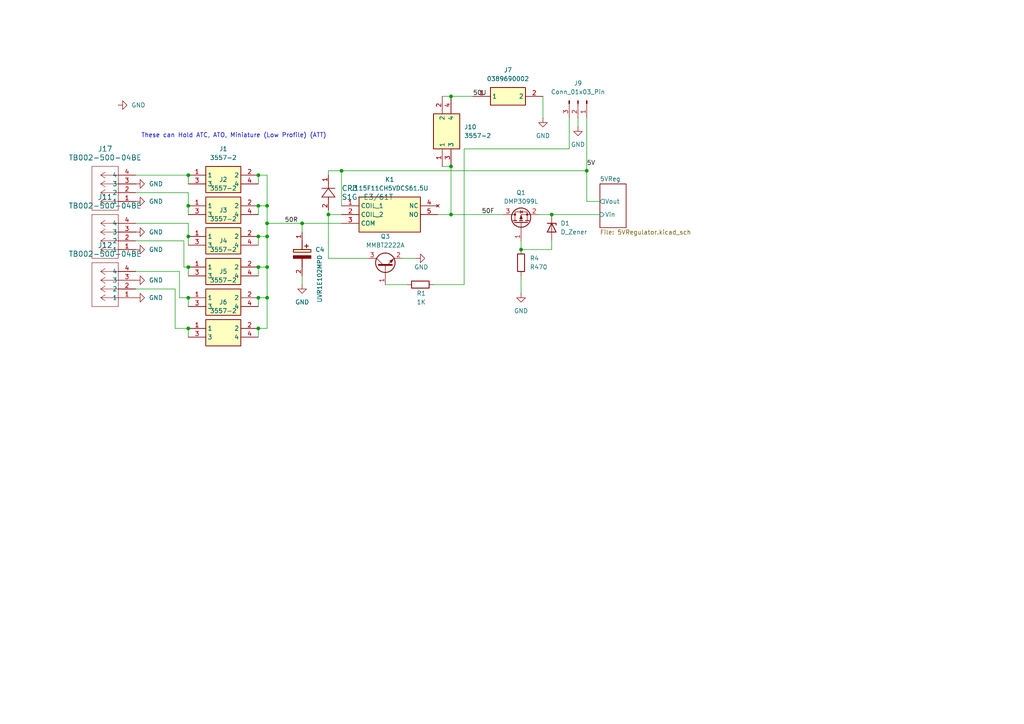
<source format=kicad_sch>
(kicad_sch
	(version 20250114)
	(generator "eeschema")
	(generator_version "9.0")
	(uuid "62aa0f20-cf9c-44ed-8f8b-d852f912cf95")
	(paper "A4")
	(lib_symbols
		(symbol "Connector:Conn_01x03_Pin"
			(pin_names
				(offset 1.016)
				(hide yes)
			)
			(exclude_from_sim no)
			(in_bom yes)
			(on_board yes)
			(property "Reference" "J"
				(at 0 5.08 0)
				(effects
					(font
						(size 1.27 1.27)
					)
				)
			)
			(property "Value" "Conn_01x03_Pin"
				(at 0 -5.08 0)
				(effects
					(font
						(size 1.27 1.27)
					)
				)
			)
			(property "Footprint" ""
				(at 0 0 0)
				(effects
					(font
						(size 1.27 1.27)
					)
					(hide yes)
				)
			)
			(property "Datasheet" "~"
				(at 0 0 0)
				(effects
					(font
						(size 1.27 1.27)
					)
					(hide yes)
				)
			)
			(property "Description" "Generic connector, single row, 01x03, script generated"
				(at 0 0 0)
				(effects
					(font
						(size 1.27 1.27)
					)
					(hide yes)
				)
			)
			(property "ki_locked" ""
				(at 0 0 0)
				(effects
					(font
						(size 1.27 1.27)
					)
				)
			)
			(property "ki_keywords" "connector"
				(at 0 0 0)
				(effects
					(font
						(size 1.27 1.27)
					)
					(hide yes)
				)
			)
			(property "ki_fp_filters" "Connector*:*_1x??_*"
				(at 0 0 0)
				(effects
					(font
						(size 1.27 1.27)
					)
					(hide yes)
				)
			)
			(symbol "Conn_01x03_Pin_1_1"
				(rectangle
					(start 0.8636 2.667)
					(end 0 2.413)
					(stroke
						(width 0.1524)
						(type default)
					)
					(fill
						(type outline)
					)
				)
				(rectangle
					(start 0.8636 0.127)
					(end 0 -0.127)
					(stroke
						(width 0.1524)
						(type default)
					)
					(fill
						(type outline)
					)
				)
				(rectangle
					(start 0.8636 -2.413)
					(end 0 -2.667)
					(stroke
						(width 0.1524)
						(type default)
					)
					(fill
						(type outline)
					)
				)
				(polyline
					(pts
						(xy 1.27 2.54) (xy 0.8636 2.54)
					)
					(stroke
						(width 0.1524)
						(type default)
					)
					(fill
						(type none)
					)
				)
				(polyline
					(pts
						(xy 1.27 0) (xy 0.8636 0)
					)
					(stroke
						(width 0.1524)
						(type default)
					)
					(fill
						(type none)
					)
				)
				(polyline
					(pts
						(xy 1.27 -2.54) (xy 0.8636 -2.54)
					)
					(stroke
						(width 0.1524)
						(type default)
					)
					(fill
						(type none)
					)
				)
				(pin passive line
					(at 5.08 2.54 180)
					(length 3.81)
					(name "Pin_1"
						(effects
							(font
								(size 1.27 1.27)
							)
						)
					)
					(number "1"
						(effects
							(font
								(size 1.27 1.27)
							)
						)
					)
				)
				(pin passive line
					(at 5.08 0 180)
					(length 3.81)
					(name "Pin_2"
						(effects
							(font
								(size 1.27 1.27)
							)
						)
					)
					(number "2"
						(effects
							(font
								(size 1.27 1.27)
							)
						)
					)
				)
				(pin passive line
					(at 5.08 -2.54 180)
					(length 3.81)
					(name "Pin_3"
						(effects
							(font
								(size 1.27 1.27)
							)
						)
					)
					(number "3"
						(effects
							(font
								(size 1.27 1.27)
							)
						)
					)
				)
			)
			(embedded_fonts no)
		)
		(symbol "Device:D_Zener"
			(pin_numbers
				(hide yes)
			)
			(pin_names
				(offset 1.016)
				(hide yes)
			)
			(exclude_from_sim no)
			(in_bom yes)
			(on_board yes)
			(property "Reference" "D"
				(at 0 2.54 0)
				(effects
					(font
						(size 1.27 1.27)
					)
				)
			)
			(property "Value" "D_Zener"
				(at 0 -2.54 0)
				(effects
					(font
						(size 1.27 1.27)
					)
				)
			)
			(property "Footprint" ""
				(at 0 0 0)
				(effects
					(font
						(size 1.27 1.27)
					)
					(hide yes)
				)
			)
			(property "Datasheet" "~"
				(at 0 0 0)
				(effects
					(font
						(size 1.27 1.27)
					)
					(hide yes)
				)
			)
			(property "Description" "Zener diode"
				(at 0 0 0)
				(effects
					(font
						(size 1.27 1.27)
					)
					(hide yes)
				)
			)
			(property "ki_keywords" "diode"
				(at 0 0 0)
				(effects
					(font
						(size 1.27 1.27)
					)
					(hide yes)
				)
			)
			(property "ki_fp_filters" "TO-???* *_Diode_* *SingleDiode* D_*"
				(at 0 0 0)
				(effects
					(font
						(size 1.27 1.27)
					)
					(hide yes)
				)
			)
			(symbol "D_Zener_0_1"
				(polyline
					(pts
						(xy -1.27 -1.27) (xy -1.27 1.27) (xy -0.762 1.27)
					)
					(stroke
						(width 0.254)
						(type default)
					)
					(fill
						(type none)
					)
				)
				(polyline
					(pts
						(xy 1.27 0) (xy -1.27 0)
					)
					(stroke
						(width 0)
						(type default)
					)
					(fill
						(type none)
					)
				)
				(polyline
					(pts
						(xy 1.27 -1.27) (xy 1.27 1.27) (xy -1.27 0) (xy 1.27 -1.27)
					)
					(stroke
						(width 0.254)
						(type default)
					)
					(fill
						(type none)
					)
				)
			)
			(symbol "D_Zener_1_1"
				(pin passive line
					(at -3.81 0 0)
					(length 2.54)
					(name "K"
						(effects
							(font
								(size 1.27 1.27)
							)
						)
					)
					(number "1"
						(effects
							(font
								(size 1.27 1.27)
							)
						)
					)
				)
				(pin passive line
					(at 3.81 0 180)
					(length 2.54)
					(name "A"
						(effects
							(font
								(size 1.27 1.27)
							)
						)
					)
					(number "2"
						(effects
							(font
								(size 1.27 1.27)
							)
						)
					)
				)
			)
			(embedded_fonts no)
		)
		(symbol "Device:R"
			(pin_numbers
				(hide yes)
			)
			(pin_names
				(offset 0)
			)
			(exclude_from_sim no)
			(in_bom yes)
			(on_board yes)
			(property "Reference" "R"
				(at 2.032 0 90)
				(effects
					(font
						(size 1.27 1.27)
					)
				)
			)
			(property "Value" "R"
				(at 0 0 90)
				(effects
					(font
						(size 1.27 1.27)
					)
				)
			)
			(property "Footprint" ""
				(at -1.778 0 90)
				(effects
					(font
						(size 1.27 1.27)
					)
					(hide yes)
				)
			)
			(property "Datasheet" "~"
				(at 0 0 0)
				(effects
					(font
						(size 1.27 1.27)
					)
					(hide yes)
				)
			)
			(property "Description" "Resistor"
				(at 0 0 0)
				(effects
					(font
						(size 1.27 1.27)
					)
					(hide yes)
				)
			)
			(property "ki_keywords" "R res resistor"
				(at 0 0 0)
				(effects
					(font
						(size 1.27 1.27)
					)
					(hide yes)
				)
			)
			(property "ki_fp_filters" "R_*"
				(at 0 0 0)
				(effects
					(font
						(size 1.27 1.27)
					)
					(hide yes)
				)
			)
			(symbol "R_0_1"
				(rectangle
					(start -1.016 -2.54)
					(end 1.016 2.54)
					(stroke
						(width 0.254)
						(type default)
					)
					(fill
						(type none)
					)
				)
			)
			(symbol "R_1_1"
				(pin passive line
					(at 0 3.81 270)
					(length 1.27)
					(name "~"
						(effects
							(font
								(size 1.27 1.27)
							)
						)
					)
					(number "1"
						(effects
							(font
								(size 1.27 1.27)
							)
						)
					)
				)
				(pin passive line
					(at 0 -3.81 90)
					(length 1.27)
					(name "~"
						(effects
							(font
								(size 1.27 1.27)
							)
						)
					)
					(number "2"
						(effects
							(font
								(size 1.27 1.27)
							)
						)
					)
				)
			)
			(embedded_fonts no)
		)
		(symbol "LEDController:0389690002"
			(exclude_from_sim no)
			(in_bom yes)
			(on_board yes)
			(property "Reference" "J"
				(at 16.51 7.62 0)
				(effects
					(font
						(size 1.27 1.27)
					)
					(justify left top)
				)
			)
			(property "Value" "0389690002"
				(at 16.51 5.08 0)
				(effects
					(font
						(size 1.27 1.27)
					)
					(justify left top)
				)
			)
			(property "Footprint" "0389690002"
				(at 16.51 -94.92 0)
				(effects
					(font
						(size 1.27 1.27)
					)
					(justify left top)
					(hide yes)
				)
			)
			(property "Datasheet" "https://datasheet.datasheetarchive.com/originals/distributors/Datasheets-DGA23/1526058.pdf"
				(at 16.51 -194.92 0)
				(effects
					(font
						(size 1.27 1.27)
					)
					(justify left top)
					(hide yes)
				)
			)
			(property "Description" "Barrier Terminal Blocks .250 TRI BARRIER 02P"
				(at 0 0 0)
				(effects
					(font
						(size 1.27 1.27)
					)
					(hide yes)
				)
			)
			(property "Height" "22.9"
				(at 16.51 -394.92 0)
				(effects
					(font
						(size 1.27 1.27)
					)
					(justify left top)
					(hide yes)
				)
			)
			(property "Manufacturer_Name" "Molex"
				(at 16.51 -494.92 0)
				(effects
					(font
						(size 1.27 1.27)
					)
					(justify left top)
					(hide yes)
				)
			)
			(property "Manufacturer_Part_Number" "0389690002"
				(at 16.51 -594.92 0)
				(effects
					(font
						(size 1.27 1.27)
					)
					(justify left top)
					(hide yes)
				)
			)
			(property "Mouser Part Number" "N/A"
				(at 16.51 -694.92 0)
				(effects
					(font
						(size 1.27 1.27)
					)
					(justify left top)
					(hide yes)
				)
			)
			(property "Mouser Price/Stock" "https://www.mouser.co.uk/ProductDetail/Molex/0389690002?qs=kxSDgj%2F7uuk2peGCxlu7bA%3D%3D"
				(at 16.51 -794.92 0)
				(effects
					(font
						(size 1.27 1.27)
					)
					(justify left top)
					(hide yes)
				)
			)
			(property "Arrow Part Number" "0389690002"
				(at 16.51 -894.92 0)
				(effects
					(font
						(size 1.27 1.27)
					)
					(justify left top)
					(hide yes)
				)
			)
			(property "Arrow Price/Stock" "null?utm_currency=USD&region=nac"
				(at 16.51 -994.92 0)
				(effects
					(font
						(size 1.27 1.27)
					)
					(justify left top)
					(hide yes)
				)
			)
			(symbol "0389690002_1_1"
				(rectangle
					(start 5.08 2.54)
					(end 15.24 -2.54)
					(stroke
						(width 0.254)
						(type default)
					)
					(fill
						(type background)
					)
				)
				(pin passive line
					(at 0 0 0)
					(length 5.08)
					(name "1"
						(effects
							(font
								(size 1.27 1.27)
							)
						)
					)
					(number "1"
						(effects
							(font
								(size 1.27 1.27)
							)
						)
					)
				)
				(pin passive line
					(at 20.32 0 180)
					(length 5.08)
					(name "2"
						(effects
							(font
								(size 1.27 1.27)
							)
						)
					)
					(number "2"
						(effects
							(font
								(size 1.27 1.27)
							)
						)
					)
				)
			)
			(embedded_fonts no)
		)
		(symbol "LEDController:3557-2"
			(exclude_from_sim no)
			(in_bom yes)
			(on_board yes)
			(property "Reference" "J"
				(at 16.51 7.62 0)
				(effects
					(font
						(size 1.27 1.27)
					)
					(justify left top)
				)
			)
			(property "Value" "3557-2"
				(at 16.51 5.08 0)
				(effects
					(font
						(size 1.27 1.27)
					)
					(justify left top)
				)
			)
			(property "Footprint" "3557-2"
				(at 16.51 -94.92 0)
				(effects
					(font
						(size 1.27 1.27)
					)
					(justify left top)
					(hide yes)
				)
			)
			(property "Datasheet" "http://www.keyelco.com/product-pdf.cfm?p=296"
				(at 16.51 -194.92 0)
				(effects
					(font
						(size 1.27 1.27)
					)
					(justify left top)
					(hide yes)
				)
			)
			(property "Description" "THM 2 in 1 Auto Blade Holder P/N 3557-2"
				(at 0 0 0)
				(effects
					(font
						(size 1.27 1.27)
					)
					(hide yes)
				)
			)
			(property "Height" ""
				(at 16.51 -394.92 0)
				(effects
					(font
						(size 1.27 1.27)
					)
					(justify left top)
					(hide yes)
				)
			)
			(property "Mouser Part Number" "534-3557-2"
				(at 16.51 -494.92 0)
				(effects
					(font
						(size 1.27 1.27)
					)
					(justify left top)
					(hide yes)
				)
			)
			(property "Mouser Price/Stock" "https://www.mouser.co.uk/ProductDetail/Keystone-Electronics/3557-2?qs=cxy41lVAGV%2FfbyASjpXK1g%3D%3D"
				(at 16.51 -594.92 0)
				(effects
					(font
						(size 1.27 1.27)
					)
					(justify left top)
					(hide yes)
				)
			)
			(property "Manufacturer_Name" "Keystone Electronics"
				(at 16.51 -694.92 0)
				(effects
					(font
						(size 1.27 1.27)
					)
					(justify left top)
					(hide yes)
				)
			)
			(property "Manufacturer_Part_Number" "3557-2"
				(at 16.51 -794.92 0)
				(effects
					(font
						(size 1.27 1.27)
					)
					(justify left top)
					(hide yes)
				)
			)
			(symbol "3557-2_1_1"
				(rectangle
					(start 5.08 2.54)
					(end 15.24 -5.08)
					(stroke
						(width 0.254)
						(type default)
					)
					(fill
						(type background)
					)
				)
				(pin passive line
					(at 0 0 0)
					(length 5.08)
					(name "1"
						(effects
							(font
								(size 1.27 1.27)
							)
						)
					)
					(number "1"
						(effects
							(font
								(size 1.27 1.27)
							)
						)
					)
				)
				(pin passive line
					(at 0 -2.54 0)
					(length 5.08)
					(name "3"
						(effects
							(font
								(size 1.27 1.27)
							)
						)
					)
					(number "3"
						(effects
							(font
								(size 1.27 1.27)
							)
						)
					)
				)
				(pin passive line
					(at 20.32 0 180)
					(length 5.08)
					(name "2"
						(effects
							(font
								(size 1.27 1.27)
							)
						)
					)
					(number "2"
						(effects
							(font
								(size 1.27 1.27)
							)
						)
					)
				)
				(pin passive line
					(at 20.32 -2.54 180)
					(length 5.08)
					(name "4"
						(effects
							(font
								(size 1.27 1.27)
							)
						)
					)
					(number "4"
						(effects
							(font
								(size 1.27 1.27)
							)
						)
					)
				)
			)
			(embedded_fonts no)
		)
		(symbol "LEDController:J115F11CH5VDCS61.5U"
			(exclude_from_sim no)
			(in_bom yes)
			(on_board yes)
			(property "Reference" "K"
				(at 24.13 7.62 0)
				(effects
					(font
						(size 1.27 1.27)
					)
					(justify left top)
				)
			)
			(property "Value" "J115F11CH5VDCS61.5U"
				(at 24.13 5.08 0)
				(effects
					(font
						(size 1.27 1.27)
					)
					(justify left top)
				)
			)
			(property "Footprint" "J115F11CH5VDCS615U"
				(at 24.13 -94.92 0)
				(effects
					(font
						(size 1.27 1.27)
					)
					(justify left top)
					(hide yes)
				)
			)
			(property "Datasheet" "https://www.citrelay.com/Catalog Pages/RelayCatalog/J115F1.pdf"
				(at 24.13 -194.92 0)
				(effects
					(font
						(size 1.27 1.27)
					)
					(justify left top)
					(hide yes)
				)
			)
			(property "Description" "RELAY GEN PURPOSE SPDT 50A 5V"
				(at 0 0 0)
				(effects
					(font
						(size 1.27 1.27)
					)
					(hide yes)
				)
			)
			(property "Height" "20.3"
				(at 24.13 -394.92 0)
				(effects
					(font
						(size 1.27 1.27)
					)
					(justify left top)
					(hide yes)
				)
			)
			(property "Manufacturer_Name" "CIT Relay & Switch"
				(at 24.13 -494.92 0)
				(effects
					(font
						(size 1.27 1.27)
					)
					(justify left top)
					(hide yes)
				)
			)
			(property "Manufacturer_Part_Number" "J115F11CH5VDCS61.5U"
				(at 24.13 -594.92 0)
				(effects
					(font
						(size 1.27 1.27)
					)
					(justify left top)
					(hide yes)
				)
			)
			(property "Mouser Part Number" ""
				(at 24.13 -694.92 0)
				(effects
					(font
						(size 1.27 1.27)
					)
					(justify left top)
					(hide yes)
				)
			)
			(property "Mouser Price/Stock" ""
				(at 24.13 -794.92 0)
				(effects
					(font
						(size 1.27 1.27)
					)
					(justify left top)
					(hide yes)
				)
			)
			(property "Arrow Part Number" ""
				(at 24.13 -894.92 0)
				(effects
					(font
						(size 1.27 1.27)
					)
					(justify left top)
					(hide yes)
				)
			)
			(property "Arrow Price/Stock" ""
				(at 24.13 -994.92 0)
				(effects
					(font
						(size 1.27 1.27)
					)
					(justify left top)
					(hide yes)
				)
			)
			(symbol "J115F11CH5VDCS61.5U_1_1"
				(rectangle
					(start 5.08 2.54)
					(end 22.86 -7.62)
					(stroke
						(width 0.254)
						(type default)
					)
					(fill
						(type background)
					)
				)
				(pin passive line
					(at 0 0 0)
					(length 5.08)
					(name "COIL_1"
						(effects
							(font
								(size 1.27 1.27)
							)
						)
					)
					(number "1"
						(effects
							(font
								(size 1.27 1.27)
							)
						)
					)
				)
				(pin passive line
					(at 0 -2.54 0)
					(length 5.08)
					(name "COIL_2"
						(effects
							(font
								(size 1.27 1.27)
							)
						)
					)
					(number "2"
						(effects
							(font
								(size 1.27 1.27)
							)
						)
					)
				)
				(pin passive line
					(at 0 -5.08 0)
					(length 5.08)
					(name "COM"
						(effects
							(font
								(size 1.27 1.27)
							)
						)
					)
					(number "3"
						(effects
							(font
								(size 1.27 1.27)
							)
						)
					)
				)
				(pin no_connect line
					(at 27.94 0 180)
					(length 5.08)
					(name "NC"
						(effects
							(font
								(size 1.27 1.27)
							)
						)
					)
					(number "4"
						(effects
							(font
								(size 1.27 1.27)
							)
						)
					)
				)
				(pin passive line
					(at 27.94 -2.54 180)
					(length 5.08)
					(name "NO"
						(effects
							(font
								(size 1.27 1.27)
							)
						)
					)
					(number "5"
						(effects
							(font
								(size 1.27 1.27)
							)
						)
					)
				)
			)
			(embedded_fonts no)
		)
		(symbol "LEDController:S1G-E3_61T"
			(pin_names
				(offset 0.254)
			)
			(exclude_from_sim no)
			(in_bom yes)
			(on_board yes)
			(property "Reference" "CR"
				(at 5.08 4.445 0)
				(effects
					(font
						(size 1.524 1.524)
					)
				)
			)
			(property "Value" "S1G-E3/61T"
				(at 5.08 -3.81 0)
				(effects
					(font
						(size 1.524 1.524)
					)
				)
			)
			(property "Footprint" "DIODE_DO214AC"
				(at 0 0 0)
				(effects
					(font
						(size 1.27 1.27)
						(italic yes)
					)
					(hide yes)
				)
			)
			(property "Datasheet" "S1G-E3/61T"
				(at 0 0 0)
				(effects
					(font
						(size 1.27 1.27)
						(italic yes)
					)
					(hide yes)
				)
			)
			(property "Description" ""
				(at 0 0 0)
				(effects
					(font
						(size 1.27 1.27)
					)
					(hide yes)
				)
			)
			(property "ki_locked" ""
				(at 0 0 0)
				(effects
					(font
						(size 1.27 1.27)
					)
				)
			)
			(property "ki_keywords" "S1G-E3/61T"
				(at 0 0 0)
				(effects
					(font
						(size 1.27 1.27)
					)
					(hide yes)
				)
			)
			(property "ki_fp_filters" "DIODE_DO214AC DIODE_DO214AC-M DIODE_DO214AC-L"
				(at 0 0 0)
				(effects
					(font
						(size 1.27 1.27)
					)
					(hide yes)
				)
			)
			(symbol "S1G-E3_61T_1_1"
				(polyline
					(pts
						(xy 2.54 0) (xy 3.4798 0)
					)
					(stroke
						(width 0.2032)
						(type default)
					)
					(fill
						(type none)
					)
				)
				(polyline
					(pts
						(xy 3.175 0) (xy 3.81 0)
					)
					(stroke
						(width 0.2032)
						(type default)
					)
					(fill
						(type none)
					)
				)
				(polyline
					(pts
						(xy 3.81 1.905) (xy 3.81 -1.905)
					)
					(stroke
						(width 0.2032)
						(type default)
					)
					(fill
						(type none)
					)
				)
				(polyline
					(pts
						(xy 3.81 -1.905) (xy 6.35 0)
					)
					(stroke
						(width 0.2032)
						(type default)
					)
					(fill
						(type none)
					)
				)
				(polyline
					(pts
						(xy 6.35 0) (xy 3.81 1.905)
					)
					(stroke
						(width 0.2032)
						(type default)
					)
					(fill
						(type none)
					)
				)
				(polyline
					(pts
						(xy 6.35 0) (xy 7.62 0)
					)
					(stroke
						(width 0.2032)
						(type default)
					)
					(fill
						(type none)
					)
				)
				(polyline
					(pts
						(xy 6.35 -1.905) (xy 6.35 1.905)
					)
					(stroke
						(width 0.2032)
						(type default)
					)
					(fill
						(type none)
					)
				)
				(pin unspecified line
					(at 0 0 0)
					(length 2.54)
					(name ""
						(effects
							(font
								(size 1.27 1.27)
							)
						)
					)
					(number "2"
						(effects
							(font
								(size 1.27 1.27)
							)
						)
					)
				)
				(pin unspecified line
					(at 10.16 0 180)
					(length 2.54)
					(name ""
						(effects
							(font
								(size 1.27 1.27)
							)
						)
					)
					(number "1"
						(effects
							(font
								(size 1.27 1.27)
							)
						)
					)
				)
			)
			(symbol "S1G-E3_61T_1_2"
				(polyline
					(pts
						(xy -1.905 3.81) (xy 1.905 3.81)
					)
					(stroke
						(width 0.2032)
						(type default)
					)
					(fill
						(type none)
					)
				)
				(polyline
					(pts
						(xy 0 6.35) (xy -1.905 3.81)
					)
					(stroke
						(width 0.2032)
						(type default)
					)
					(fill
						(type none)
					)
				)
				(polyline
					(pts
						(xy 0 6.35) (xy 0 7.62)
					)
					(stroke
						(width 0.2032)
						(type default)
					)
					(fill
						(type none)
					)
				)
				(polyline
					(pts
						(xy 0 3.175) (xy 0 3.81)
					)
					(stroke
						(width 0.2032)
						(type default)
					)
					(fill
						(type none)
					)
				)
				(polyline
					(pts
						(xy 0 2.54) (xy 0 3.4798)
					)
					(stroke
						(width 0.2032)
						(type default)
					)
					(fill
						(type none)
					)
				)
				(polyline
					(pts
						(xy 1.905 6.35) (xy -1.905 6.35)
					)
					(stroke
						(width 0.2032)
						(type default)
					)
					(fill
						(type none)
					)
				)
				(polyline
					(pts
						(xy 1.905 3.81) (xy 0 6.35)
					)
					(stroke
						(width 0.2032)
						(type default)
					)
					(fill
						(type none)
					)
				)
				(pin unspecified line
					(at 0 10.16 270)
					(length 2.54)
					(name ""
						(effects
							(font
								(size 1.27 1.27)
							)
						)
					)
					(number "1"
						(effects
							(font
								(size 1.27 1.27)
							)
						)
					)
				)
				(pin unspecified line
					(at 0 0 90)
					(length 2.54)
					(name ""
						(effects
							(font
								(size 1.27 1.27)
							)
						)
					)
					(number "2"
						(effects
							(font
								(size 1.27 1.27)
							)
						)
					)
				)
			)
			(embedded_fonts no)
		)
		(symbol "LEDController:UVR1E102MPD"
			(pin_names
				(hide yes)
			)
			(exclude_from_sim no)
			(in_bom yes)
			(on_board yes)
			(property "Reference" "C"
				(at 8.89 6.35 0)
				(effects
					(font
						(size 1.27 1.27)
					)
					(justify left top)
				)
			)
			(property "Value" "UVR1E102MPD"
				(at 8.89 3.81 0)
				(effects
					(font
						(size 1.27 1.27)
					)
					(justify left top)
				)
			)
			(property "Footprint" "CAPPRD500W60D1025H2200"
				(at 8.89 -96.19 0)
				(effects
					(font
						(size 1.27 1.27)
					)
					(justify left top)
					(hide yes)
				)
			)
			(property "Datasheet" "https://componentsearchengine.com/Datasheets/1/UVR1E102MPD.pdf"
				(at 8.89 -196.19 0)
				(effects
					(font
						(size 1.27 1.27)
					)
					(justify left top)
					(hide yes)
				)
			)
			(property "Description" "Nichicon 1000uF Electrolytic Capacitor 25V dc Through Hole - UVR1E102MPD"
				(at 0 0 0)
				(effects
					(font
						(size 1.27 1.27)
					)
					(hide yes)
				)
			)
			(property "Height" "22"
				(at 8.89 -396.19 0)
				(effects
					(font
						(size 1.27 1.27)
					)
					(justify left top)
					(hide yes)
				)
			)
			(property "Manufacturer_Name" "Nichicon"
				(at 8.89 -496.19 0)
				(effects
					(font
						(size 1.27 1.27)
					)
					(justify left top)
					(hide yes)
				)
			)
			(property "Manufacturer_Part_Number" "UVR1E102MPD"
				(at 8.89 -596.19 0)
				(effects
					(font
						(size 1.27 1.27)
					)
					(justify left top)
					(hide yes)
				)
			)
			(property "Mouser Part Number" "647-UVR1E102MPD"
				(at 8.89 -696.19 0)
				(effects
					(font
						(size 1.27 1.27)
					)
					(justify left top)
					(hide yes)
				)
			)
			(property "Mouser Price/Stock" "https://www.mouser.co.uk/ProductDetail/Nichicon/UVR1E102MPD?qs=ju8jwRstkysx%252B%2FoLcchcfA%3D%3D"
				(at 8.89 -796.19 0)
				(effects
					(font
						(size 1.27 1.27)
					)
					(justify left top)
					(hide yes)
				)
			)
			(property "Arrow Part Number" "UVR1E102MPD"
				(at 8.89 -896.19 0)
				(effects
					(font
						(size 1.27 1.27)
					)
					(justify left top)
					(hide yes)
				)
			)
			(property "Arrow Price/Stock" "https://www.arrow.com/en/products/uvr1e102mpd/nichicon"
				(at 8.89 -996.19 0)
				(effects
					(font
						(size 1.27 1.27)
					)
					(justify left top)
					(hide yes)
				)
			)
			(symbol "UVR1E102MPD_1_1"
				(polyline
					(pts
						(xy 2.54 0) (xy 5.08 0)
					)
					(stroke
						(width 0.254)
						(type default)
					)
					(fill
						(type none)
					)
				)
				(polyline
					(pts
						(xy 4.064 1.778) (xy 4.064 0.762)
					)
					(stroke
						(width 0.254)
						(type default)
					)
					(fill
						(type none)
					)
				)
				(polyline
					(pts
						(xy 4.572 1.27) (xy 3.556 1.27)
					)
					(stroke
						(width 0.254)
						(type default)
					)
					(fill
						(type none)
					)
				)
				(rectangle
					(start 5.08 2.54)
					(end 5.842 -2.54)
					(stroke
						(width 0.254)
						(type default)
					)
					(fill
						(type background)
					)
				)
				(polyline
					(pts
						(xy 7.62 2.54) (xy 7.62 -2.54) (xy 6.858 -2.54) (xy 6.858 2.54) (xy 7.62 2.54)
					)
					(stroke
						(width 0.254)
						(type default)
					)
					(fill
						(type outline)
					)
				)
				(polyline
					(pts
						(xy 7.62 0) (xy 10.16 0)
					)
					(stroke
						(width 0.254)
						(type default)
					)
					(fill
						(type none)
					)
				)
				(pin passive line
					(at 0 0 0)
					(length 2.54)
					(name "+"
						(effects
							(font
								(size 1.27 1.27)
							)
						)
					)
					(number "1"
						(effects
							(font
								(size 1.27 1.27)
							)
						)
					)
				)
				(pin passive line
					(at 12.7 0 180)
					(length 2.54)
					(name "-"
						(effects
							(font
								(size 1.27 1.27)
							)
						)
					)
					(number "2"
						(effects
							(font
								(size 1.27 1.27)
							)
						)
					)
				)
			)
			(embedded_fonts no)
		)
		(symbol "SamacSys_Parts:TB002-500-04BE"
			(pin_names
				(offset 0.254)
			)
			(exclude_from_sim no)
			(in_bom yes)
			(on_board yes)
			(property "Reference" "J"
				(at 8.89 6.35 0)
				(effects
					(font
						(size 1.524 1.524)
					)
				)
			)
			(property "Value" "TB002-500-04BE"
				(at 0 0 0)
				(effects
					(font
						(size 1.524 1.524)
					)
				)
			)
			(property "Footprint" "CONN4_TB002-500_787x299_CUD"
				(at 0 0 0)
				(effects
					(font
						(size 1.27 1.27)
						(italic yes)
					)
					(hide yes)
				)
			)
			(property "Datasheet" "TB002-500-04BE"
				(at 0 0 0)
				(effects
					(font
						(size 1.27 1.27)
						(italic yes)
					)
					(hide yes)
				)
			)
			(property "Description" ""
				(at 0 0 0)
				(effects
					(font
						(size 1.27 1.27)
					)
					(hide yes)
				)
			)
			(property "ki_locked" ""
				(at 0 0 0)
				(effects
					(font
						(size 1.27 1.27)
					)
				)
			)
			(property "ki_keywords" "TB002-500-04BE"
				(at 0 0 0)
				(effects
					(font
						(size 1.27 1.27)
					)
					(hide yes)
				)
			)
			(property "ki_fp_filters" "CONN4_TB002-500_787x299_CUD"
				(at 0 0 0)
				(effects
					(font
						(size 1.27 1.27)
					)
					(hide yes)
				)
			)
			(symbol "TB002-500-04BE_1_1"
				(polyline
					(pts
						(xy 5.08 2.54) (xy 5.08 -10.16)
					)
					(stroke
						(width 0.127)
						(type default)
					)
					(fill
						(type none)
					)
				)
				(polyline
					(pts
						(xy 5.08 -10.16) (xy 12.7 -10.16)
					)
					(stroke
						(width 0.127)
						(type default)
					)
					(fill
						(type none)
					)
				)
				(polyline
					(pts
						(xy 10.16 0) (xy 5.08 0)
					)
					(stroke
						(width 0.127)
						(type default)
					)
					(fill
						(type none)
					)
				)
				(polyline
					(pts
						(xy 10.16 0) (xy 8.89 0.8467)
					)
					(stroke
						(width 0.127)
						(type default)
					)
					(fill
						(type none)
					)
				)
				(polyline
					(pts
						(xy 10.16 0) (xy 8.89 -0.8467)
					)
					(stroke
						(width 0.127)
						(type default)
					)
					(fill
						(type none)
					)
				)
				(polyline
					(pts
						(xy 10.16 -2.54) (xy 5.08 -2.54)
					)
					(stroke
						(width 0.127)
						(type default)
					)
					(fill
						(type none)
					)
				)
				(polyline
					(pts
						(xy 10.16 -2.54) (xy 8.89 -1.6933)
					)
					(stroke
						(width 0.127)
						(type default)
					)
					(fill
						(type none)
					)
				)
				(polyline
					(pts
						(xy 10.16 -2.54) (xy 8.89 -3.3867)
					)
					(stroke
						(width 0.127)
						(type default)
					)
					(fill
						(type none)
					)
				)
				(polyline
					(pts
						(xy 10.16 -5.08) (xy 5.08 -5.08)
					)
					(stroke
						(width 0.127)
						(type default)
					)
					(fill
						(type none)
					)
				)
				(polyline
					(pts
						(xy 10.16 -5.08) (xy 8.89 -4.2333)
					)
					(stroke
						(width 0.127)
						(type default)
					)
					(fill
						(type none)
					)
				)
				(polyline
					(pts
						(xy 10.16 -5.08) (xy 8.89 -5.9267)
					)
					(stroke
						(width 0.127)
						(type default)
					)
					(fill
						(type none)
					)
				)
				(polyline
					(pts
						(xy 10.16 -7.62) (xy 5.08 -7.62)
					)
					(stroke
						(width 0.127)
						(type default)
					)
					(fill
						(type none)
					)
				)
				(polyline
					(pts
						(xy 10.16 -7.62) (xy 8.89 -6.7733)
					)
					(stroke
						(width 0.127)
						(type default)
					)
					(fill
						(type none)
					)
				)
				(polyline
					(pts
						(xy 10.16 -7.62) (xy 8.89 -8.4667)
					)
					(stroke
						(width 0.127)
						(type default)
					)
					(fill
						(type none)
					)
				)
				(polyline
					(pts
						(xy 12.7 2.54) (xy 5.08 2.54)
					)
					(stroke
						(width 0.127)
						(type default)
					)
					(fill
						(type none)
					)
				)
				(polyline
					(pts
						(xy 12.7 -10.16) (xy 12.7 2.54)
					)
					(stroke
						(width 0.127)
						(type default)
					)
					(fill
						(type none)
					)
				)
				(pin unspecified line
					(at 0 0 0)
					(length 5.08)
					(name "1"
						(effects
							(font
								(size 1.27 1.27)
							)
						)
					)
					(number "1"
						(effects
							(font
								(size 1.27 1.27)
							)
						)
					)
				)
				(pin unspecified line
					(at 0 -2.54 0)
					(length 5.08)
					(name "2"
						(effects
							(font
								(size 1.27 1.27)
							)
						)
					)
					(number "2"
						(effects
							(font
								(size 1.27 1.27)
							)
						)
					)
				)
				(pin unspecified line
					(at 0 -5.08 0)
					(length 5.08)
					(name "3"
						(effects
							(font
								(size 1.27 1.27)
							)
						)
					)
					(number "3"
						(effects
							(font
								(size 1.27 1.27)
							)
						)
					)
				)
				(pin unspecified line
					(at 0 -7.62 0)
					(length 5.08)
					(name "4"
						(effects
							(font
								(size 1.27 1.27)
							)
						)
					)
					(number "4"
						(effects
							(font
								(size 1.27 1.27)
							)
						)
					)
				)
			)
			(symbol "TB002-500-04BE_1_2"
				(polyline
					(pts
						(xy 5.08 2.54) (xy 5.08 -10.16)
					)
					(stroke
						(width 0.127)
						(type default)
					)
					(fill
						(type none)
					)
				)
				(polyline
					(pts
						(xy 5.08 -10.16) (xy 12.7 -10.16)
					)
					(stroke
						(width 0.127)
						(type default)
					)
					(fill
						(type none)
					)
				)
				(polyline
					(pts
						(xy 7.62 0) (xy 5.08 0)
					)
					(stroke
						(width 0.127)
						(type default)
					)
					(fill
						(type none)
					)
				)
				(polyline
					(pts
						(xy 7.62 0) (xy 8.89 0.8467)
					)
					(stroke
						(width 0.127)
						(type default)
					)
					(fill
						(type none)
					)
				)
				(polyline
					(pts
						(xy 7.62 0) (xy 8.89 -0.8467)
					)
					(stroke
						(width 0.127)
						(type default)
					)
					(fill
						(type none)
					)
				)
				(polyline
					(pts
						(xy 7.62 -2.54) (xy 5.08 -2.54)
					)
					(stroke
						(width 0.127)
						(type default)
					)
					(fill
						(type none)
					)
				)
				(polyline
					(pts
						(xy 7.62 -2.54) (xy 8.89 -1.6933)
					)
					(stroke
						(width 0.127)
						(type default)
					)
					(fill
						(type none)
					)
				)
				(polyline
					(pts
						(xy 7.62 -2.54) (xy 8.89 -3.3867)
					)
					(stroke
						(width 0.127)
						(type default)
					)
					(fill
						(type none)
					)
				)
				(polyline
					(pts
						(xy 7.62 -5.08) (xy 5.08 -5.08)
					)
					(stroke
						(width 0.127)
						(type default)
					)
					(fill
						(type none)
					)
				)
				(polyline
					(pts
						(xy 7.62 -5.08) (xy 8.89 -4.2333)
					)
					(stroke
						(width 0.127)
						(type default)
					)
					(fill
						(type none)
					)
				)
				(polyline
					(pts
						(xy 7.62 -5.08) (xy 8.89 -5.9267)
					)
					(stroke
						(width 0.127)
						(type default)
					)
					(fill
						(type none)
					)
				)
				(polyline
					(pts
						(xy 7.62 -7.62) (xy 5.08 -7.62)
					)
					(stroke
						(width 0.127)
						(type default)
					)
					(fill
						(type none)
					)
				)
				(polyline
					(pts
						(xy 7.62 -7.62) (xy 8.89 -6.7733)
					)
					(stroke
						(width 0.127)
						(type default)
					)
					(fill
						(type none)
					)
				)
				(polyline
					(pts
						(xy 7.62 -7.62) (xy 8.89 -8.4667)
					)
					(stroke
						(width 0.127)
						(type default)
					)
					(fill
						(type none)
					)
				)
				(polyline
					(pts
						(xy 12.7 2.54) (xy 5.08 2.54)
					)
					(stroke
						(width 0.127)
						(type default)
					)
					(fill
						(type none)
					)
				)
				(polyline
					(pts
						(xy 12.7 -10.16) (xy 12.7 2.54)
					)
					(stroke
						(width 0.127)
						(type default)
					)
					(fill
						(type none)
					)
				)
				(pin unspecified line
					(at 0 0 0)
					(length 5.08)
					(name "1"
						(effects
							(font
								(size 1.27 1.27)
							)
						)
					)
					(number "1"
						(effects
							(font
								(size 1.27 1.27)
							)
						)
					)
				)
				(pin unspecified line
					(at 0 -2.54 0)
					(length 5.08)
					(name "2"
						(effects
							(font
								(size 1.27 1.27)
							)
						)
					)
					(number "2"
						(effects
							(font
								(size 1.27 1.27)
							)
						)
					)
				)
				(pin unspecified line
					(at 0 -5.08 0)
					(length 5.08)
					(name "3"
						(effects
							(font
								(size 1.27 1.27)
							)
						)
					)
					(number "3"
						(effects
							(font
								(size 1.27 1.27)
							)
						)
					)
				)
				(pin unspecified line
					(at 0 -7.62 0)
					(length 5.08)
					(name "4"
						(effects
							(font
								(size 1.27 1.27)
							)
						)
					)
					(number "4"
						(effects
							(font
								(size 1.27 1.27)
							)
						)
					)
				)
			)
			(embedded_fonts no)
		)
		(symbol "Transistor_BJT:MMBT2222A"
			(pin_names
				(offset 0)
				(hide yes)
			)
			(exclude_from_sim no)
			(in_bom yes)
			(on_board yes)
			(property "Reference" "Q"
				(at 5.08 1.905 0)
				(effects
					(font
						(size 1.27 1.27)
					)
					(justify left)
				)
			)
			(property "Value" "MMBT2222A"
				(at 5.08 0 0)
				(effects
					(font
						(size 1.27 1.27)
					)
					(justify left)
				)
			)
			(property "Footprint" "Package_TO_SOT_SMD:SOT-23"
				(at 5.08 -1.905 0)
				(effects
					(font
						(size 1.27 1.27)
						(italic yes)
					)
					(justify left)
					(hide yes)
				)
			)
			(property "Datasheet" "https://assets.nexperia.com/documents/data-sheet/MMBT2222A.pdf"
				(at 0 0 0)
				(effects
					(font
						(size 1.27 1.27)
					)
					(justify left)
					(hide yes)
				)
			)
			(property "Description" "600mA Ic, 40V Vce, NPN Transistor, SOT-23"
				(at 0 0 0)
				(effects
					(font
						(size 1.27 1.27)
					)
					(hide yes)
				)
			)
			(property "ki_keywords" "NPN Transistor"
				(at 0 0 0)
				(effects
					(font
						(size 1.27 1.27)
					)
					(hide yes)
				)
			)
			(property "ki_fp_filters" "SOT?23*"
				(at 0 0 0)
				(effects
					(font
						(size 1.27 1.27)
					)
					(hide yes)
				)
			)
			(symbol "MMBT2222A_0_1"
				(polyline
					(pts
						(xy -2.54 0) (xy 0.635 0)
					)
					(stroke
						(width 0)
						(type default)
					)
					(fill
						(type none)
					)
				)
				(polyline
					(pts
						(xy 0.635 1.905) (xy 0.635 -1.905)
					)
					(stroke
						(width 0.508)
						(type default)
					)
					(fill
						(type none)
					)
				)
				(circle
					(center 1.27 0)
					(radius 2.8194)
					(stroke
						(width 0.254)
						(type default)
					)
					(fill
						(type none)
					)
				)
			)
			(symbol "MMBT2222A_1_1"
				(polyline
					(pts
						(xy 0.635 0.635) (xy 2.54 2.54)
					)
					(stroke
						(width 0)
						(type default)
					)
					(fill
						(type none)
					)
				)
				(polyline
					(pts
						(xy 0.635 -0.635) (xy 2.54 -2.54)
					)
					(stroke
						(width 0)
						(type default)
					)
					(fill
						(type none)
					)
				)
				(polyline
					(pts
						(xy 1.27 -1.778) (xy 1.778 -1.27) (xy 2.286 -2.286) (xy 1.27 -1.778)
					)
					(stroke
						(width 0)
						(type default)
					)
					(fill
						(type outline)
					)
				)
				(pin input line
					(at -5.08 0 0)
					(length 2.54)
					(name "B"
						(effects
							(font
								(size 1.27 1.27)
							)
						)
					)
					(number "1"
						(effects
							(font
								(size 1.27 1.27)
							)
						)
					)
				)
				(pin passive line
					(at 2.54 5.08 270)
					(length 2.54)
					(name "C"
						(effects
							(font
								(size 1.27 1.27)
							)
						)
					)
					(number "3"
						(effects
							(font
								(size 1.27 1.27)
							)
						)
					)
				)
				(pin passive line
					(at 2.54 -5.08 90)
					(length 2.54)
					(name "E"
						(effects
							(font
								(size 1.27 1.27)
							)
						)
					)
					(number "2"
						(effects
							(font
								(size 1.27 1.27)
							)
						)
					)
				)
			)
			(embedded_fonts no)
		)
		(symbol "Transistor_FET:DMP3099L"
			(pin_names
				(offset 0)
				(hide yes)
			)
			(exclude_from_sim no)
			(in_bom yes)
			(on_board yes)
			(property "Reference" "Q"
				(at 5.08 1.905 0)
				(effects
					(font
						(size 1.27 1.27)
					)
					(justify left)
				)
			)
			(property "Value" "DMP3099L"
				(at 5.08 0 0)
				(effects
					(font
						(size 1.27 1.27)
					)
					(justify left)
				)
			)
			(property "Footprint" "Package_TO_SOT_SMD:SOT-23"
				(at 5.08 -1.905 0)
				(effects
					(font
						(size 1.27 1.27)
						(italic yes)
					)
					(justify left)
					(hide yes)
				)
			)
			(property "Datasheet" "https://www.diodes.com/assets/Datasheets/DMP3099L.pdf"
				(at 5.08 -3.81 0)
				(effects
					(font
						(size 1.27 1.27)
					)
					(justify left)
					(hide yes)
				)
			)
			(property "Description" "-3.8A Id, -30V Vds, P-Channel MOSFET, SOT-23"
				(at 0 0 0)
				(effects
					(font
						(size 1.27 1.27)
					)
					(hide yes)
				)
			)
			(property "ki_keywords" "P-Channel MOSFET"
				(at 0 0 0)
				(effects
					(font
						(size 1.27 1.27)
					)
					(hide yes)
				)
			)
			(property "ki_fp_filters" "SOT?23*"
				(at 0 0 0)
				(effects
					(font
						(size 1.27 1.27)
					)
					(hide yes)
				)
			)
			(symbol "DMP3099L_0_1"
				(polyline
					(pts
						(xy 0.254 1.905) (xy 0.254 -1.905)
					)
					(stroke
						(width 0.254)
						(type default)
					)
					(fill
						(type none)
					)
				)
				(polyline
					(pts
						(xy 0.254 0) (xy -2.54 0)
					)
					(stroke
						(width 0)
						(type default)
					)
					(fill
						(type none)
					)
				)
				(polyline
					(pts
						(xy 0.762 2.286) (xy 0.762 1.27)
					)
					(stroke
						(width 0.254)
						(type default)
					)
					(fill
						(type none)
					)
				)
				(polyline
					(pts
						(xy 0.762 1.778) (xy 3.302 1.778) (xy 3.302 -1.778) (xy 0.762 -1.778)
					)
					(stroke
						(width 0)
						(type default)
					)
					(fill
						(type none)
					)
				)
				(polyline
					(pts
						(xy 0.762 0.508) (xy 0.762 -0.508)
					)
					(stroke
						(width 0.254)
						(type default)
					)
					(fill
						(type none)
					)
				)
				(polyline
					(pts
						(xy 0.762 -1.27) (xy 0.762 -2.286)
					)
					(stroke
						(width 0.254)
						(type default)
					)
					(fill
						(type none)
					)
				)
				(circle
					(center 1.651 0)
					(radius 2.794)
					(stroke
						(width 0.254)
						(type default)
					)
					(fill
						(type none)
					)
				)
				(polyline
					(pts
						(xy 2.286 0) (xy 1.27 0.381) (xy 1.27 -0.381) (xy 2.286 0)
					)
					(stroke
						(width 0)
						(type default)
					)
					(fill
						(type outline)
					)
				)
				(polyline
					(pts
						(xy 2.54 2.54) (xy 2.54 1.778)
					)
					(stroke
						(width 0)
						(type default)
					)
					(fill
						(type none)
					)
				)
				(circle
					(center 2.54 1.778)
					(radius 0.254)
					(stroke
						(width 0)
						(type default)
					)
					(fill
						(type outline)
					)
				)
				(circle
					(center 2.54 -1.778)
					(radius 0.254)
					(stroke
						(width 0)
						(type default)
					)
					(fill
						(type outline)
					)
				)
				(polyline
					(pts
						(xy 2.54 -2.54) (xy 2.54 0) (xy 0.762 0)
					)
					(stroke
						(width 0)
						(type default)
					)
					(fill
						(type none)
					)
				)
				(polyline
					(pts
						(xy 2.921 -0.381) (xy 3.683 -0.381)
					)
					(stroke
						(width 0)
						(type default)
					)
					(fill
						(type none)
					)
				)
				(polyline
					(pts
						(xy 3.302 -0.381) (xy 2.921 0.254) (xy 3.683 0.254) (xy 3.302 -0.381)
					)
					(stroke
						(width 0)
						(type default)
					)
					(fill
						(type none)
					)
				)
			)
			(symbol "DMP3099L_1_1"
				(pin input line
					(at -5.08 0 0)
					(length 2.54)
					(name "G"
						(effects
							(font
								(size 1.27 1.27)
							)
						)
					)
					(number "1"
						(effects
							(font
								(size 1.27 1.27)
							)
						)
					)
				)
				(pin passive line
					(at 2.54 5.08 270)
					(length 2.54)
					(name "D"
						(effects
							(font
								(size 1.27 1.27)
							)
						)
					)
					(number "3"
						(effects
							(font
								(size 1.27 1.27)
							)
						)
					)
				)
				(pin passive line
					(at 2.54 -5.08 90)
					(length 2.54)
					(name "S"
						(effects
							(font
								(size 1.27 1.27)
							)
						)
					)
					(number "2"
						(effects
							(font
								(size 1.27 1.27)
							)
						)
					)
				)
			)
			(embedded_fonts no)
		)
		(symbol "power:GND"
			(power)
			(pin_numbers
				(hide yes)
			)
			(pin_names
				(offset 0)
				(hide yes)
			)
			(exclude_from_sim no)
			(in_bom yes)
			(on_board yes)
			(property "Reference" "#PWR"
				(at 0 -6.35 0)
				(effects
					(font
						(size 1.27 1.27)
					)
					(hide yes)
				)
			)
			(property "Value" "GND"
				(at 0 -3.81 0)
				(effects
					(font
						(size 1.27 1.27)
					)
				)
			)
			(property "Footprint" ""
				(at 0 0 0)
				(effects
					(font
						(size 1.27 1.27)
					)
					(hide yes)
				)
			)
			(property "Datasheet" ""
				(at 0 0 0)
				(effects
					(font
						(size 1.27 1.27)
					)
					(hide yes)
				)
			)
			(property "Description" "Power symbol creates a global label with name \"GND\" , ground"
				(at 0 0 0)
				(effects
					(font
						(size 1.27 1.27)
					)
					(hide yes)
				)
			)
			(property "ki_keywords" "global power"
				(at 0 0 0)
				(effects
					(font
						(size 1.27 1.27)
					)
					(hide yes)
				)
			)
			(symbol "GND_0_1"
				(polyline
					(pts
						(xy 0 0) (xy 0 -1.27) (xy 1.27 -1.27) (xy 0 -2.54) (xy -1.27 -1.27) (xy 0 -1.27)
					)
					(stroke
						(width 0)
						(type default)
					)
					(fill
						(type none)
					)
				)
			)
			(symbol "GND_1_1"
				(pin power_in line
					(at 0 0 270)
					(length 0)
					(name "~"
						(effects
							(font
								(size 1.27 1.27)
							)
						)
					)
					(number "1"
						(effects
							(font
								(size 1.27 1.27)
							)
						)
					)
				)
			)
			(embedded_fonts no)
		)
	)
	(text "These can Hold ATC, ATO, Miniature (Low Profile) (ATT)"
		(exclude_from_sim no)
		(at 67.818 39.37 0)
		(effects
			(font
				(size 1.27 1.27)
			)
		)
		(uuid "da3e0372-4d51-47ab-a66d-e15b30f9f495")
	)
	(junction
		(at 74.93 77.47)
		(diameter 0)
		(color 0 0 0 0)
		(uuid "116903d7-5fc0-4438-9436-3264245fecb9")
	)
	(junction
		(at 95.25 62.23)
		(diameter 0)
		(color 0 0 0 0)
		(uuid "237413a9-0a9d-4881-a715-ae2fd39ae9e6")
	)
	(junction
		(at 54.61 86.36)
		(diameter 0)
		(color 0 0 0 0)
		(uuid "33605dfc-bc07-4b65-a0ac-d14b615a5a22")
	)
	(junction
		(at 130.81 62.23)
		(diameter 0)
		(color 0 0 0 0)
		(uuid "3dc4a0a5-7b3e-4eb5-834e-fe847e32f55e")
	)
	(junction
		(at 160.02 62.23)
		(diameter 0)
		(color 0 0 0 0)
		(uuid "49f22843-7a99-4306-a702-f1186ecfd0dd")
	)
	(junction
		(at 77.47 86.36)
		(diameter 0)
		(color 0 0 0 0)
		(uuid "4a93dafe-74e6-4f3f-b5f4-0e97d4e5d5ac")
	)
	(junction
		(at 74.93 50.8)
		(diameter 0)
		(color 0 0 0 0)
		(uuid "5bc0567c-d730-4b33-9fa9-132aec9f0c7d")
	)
	(junction
		(at 77.47 59.69)
		(diameter 0)
		(color 0 0 0 0)
		(uuid "6611e91f-fabf-41ce-b28d-7bffefd262eb")
	)
	(junction
		(at 87.63 64.77)
		(diameter 0)
		(color 0 0 0 0)
		(uuid "665ed2e6-7643-4f87-9c11-84f3843a9210")
	)
	(junction
		(at 151.13 72.39)
		(diameter 0)
		(color 0 0 0 0)
		(uuid "767de1da-4c59-4fe5-b809-b402c999dc5c")
	)
	(junction
		(at 77.47 77.47)
		(diameter 0)
		(color 0 0 0 0)
		(uuid "9a0325f5-125e-4557-a5ad-e69c206433b1")
	)
	(junction
		(at 77.47 68.58)
		(diameter 0)
		(color 0 0 0 0)
		(uuid "a7957af2-6d9c-4d35-af58-8e1acb8ebf93")
	)
	(junction
		(at 74.93 68.58)
		(diameter 0)
		(color 0 0 0 0)
		(uuid "af86e8f1-7333-45bd-97de-9a504d035428")
	)
	(junction
		(at 54.61 50.8)
		(diameter 0)
		(color 0 0 0 0)
		(uuid "b09fae3d-5609-472d-943b-797610bda97c")
	)
	(junction
		(at 74.93 59.69)
		(diameter 0)
		(color 0 0 0 0)
		(uuid "b9e6064e-e9a5-4732-afc0-6b830798aafe")
	)
	(junction
		(at 99.06 49.53)
		(diameter 0)
		(color 0 0 0 0)
		(uuid "c164c003-87ea-4e6e-9165-63dbf836650a")
	)
	(junction
		(at 54.61 77.47)
		(diameter 0)
		(color 0 0 0 0)
		(uuid "c39a2ab6-9986-422a-bea9-ff4dbe88bc41")
	)
	(junction
		(at 74.93 86.36)
		(diameter 0)
		(color 0 0 0 0)
		(uuid "c89a681f-a4b3-4e1a-8339-ae34ff4a093b")
	)
	(junction
		(at 130.81 48.26)
		(diameter 0)
		(color 0 0 0 0)
		(uuid "c9fbf45b-b47b-4683-9ad2-667c9fe5cec8")
	)
	(junction
		(at 74.93 95.25)
		(diameter 0)
		(color 0 0 0 0)
		(uuid "cb5aaa6c-1019-472a-a262-f5af515060f8")
	)
	(junction
		(at 170.18 49.53)
		(diameter 0)
		(color 0 0 0 0)
		(uuid "de12f383-4304-4b39-8f3f-5b59f0f1d5d7")
	)
	(junction
		(at 54.61 59.69)
		(diameter 0)
		(color 0 0 0 0)
		(uuid "e2122225-667b-4f1c-9d3d-38ae51789f60")
	)
	(junction
		(at 77.47 64.77)
		(diameter 0)
		(color 0 0 0 0)
		(uuid "e30a800b-74ea-4c50-b104-7d3ca83f3972")
	)
	(junction
		(at 54.61 68.58)
		(diameter 0)
		(color 0 0 0 0)
		(uuid "e97ef16d-b372-4d0f-b06d-6d296161f58f")
	)
	(junction
		(at 130.81 27.94)
		(diameter 0)
		(color 0 0 0 0)
		(uuid "f91d7dba-a601-4c54-8723-7510eb4f3354")
	)
	(junction
		(at 54.61 95.25)
		(diameter 0)
		(color 0 0 0 0)
		(uuid "fb91a67a-1fde-4d69-a47c-72cfe677b8d0")
	)
	(wire
		(pts
			(xy 77.47 59.69) (xy 77.47 50.8)
		)
		(stroke
			(width 0)
			(type default)
		)
		(uuid "06f3a302-9b68-40c5-815c-0452accb3acb")
	)
	(wire
		(pts
			(xy 54.61 95.25) (xy 50.8 95.25)
		)
		(stroke
			(width 0)
			(type default)
		)
		(uuid "0e5b4b10-61ec-4fcd-8b02-d632d42de7a1")
	)
	(wire
		(pts
			(xy 127 62.23) (xy 130.81 62.23)
		)
		(stroke
			(width 0)
			(type default)
		)
		(uuid "16554a51-bdbd-41ff-b1cd-ef96cbe61a27")
	)
	(wire
		(pts
			(xy 54.61 77.47) (xy 53.34 77.47)
		)
		(stroke
			(width 0)
			(type default)
		)
		(uuid "1a8dad3f-c0e9-42e4-a607-683902b5d8e2")
	)
	(wire
		(pts
			(xy 156.21 62.23) (xy 160.02 62.23)
		)
		(stroke
			(width 0)
			(type default)
		)
		(uuid "1b1f41f0-8066-4b3f-9c89-4e4caf776c8a")
	)
	(wire
		(pts
			(xy 74.93 86.36) (xy 74.93 88.9)
		)
		(stroke
			(width 0)
			(type default)
		)
		(uuid "1bcd49bf-34ec-4976-b1b4-debda081379a")
	)
	(wire
		(pts
			(xy 95.25 74.93) (xy 106.68 74.93)
		)
		(stroke
			(width 0)
			(type default)
		)
		(uuid "239c0fc0-6cb6-4345-b838-b36e74d8fbb2")
	)
	(wire
		(pts
			(xy 77.47 95.25) (xy 77.47 86.36)
		)
		(stroke
			(width 0)
			(type default)
		)
		(uuid "2405a01a-80c0-4c7f-afd7-cecf0632e3e0")
	)
	(wire
		(pts
			(xy 95.25 62.23) (xy 99.06 62.23)
		)
		(stroke
			(width 0)
			(type default)
		)
		(uuid "2e5d1bd8-7aa1-4dcd-8ab3-a7f6cced20ee")
	)
	(wire
		(pts
			(xy 54.61 59.69) (xy 54.61 55.88)
		)
		(stroke
			(width 0)
			(type default)
		)
		(uuid "31e383dd-23b8-44a3-95e3-023155342610")
	)
	(wire
		(pts
			(xy 74.93 77.47) (xy 74.93 80.01)
		)
		(stroke
			(width 0)
			(type default)
		)
		(uuid "3479a998-ee73-4d40-9518-c331fcfb2822")
	)
	(wire
		(pts
			(xy 134.62 43.18) (xy 165.1 43.18)
		)
		(stroke
			(width 0)
			(type default)
		)
		(uuid "348779fe-e0c3-4894-8722-d36638e9a95d")
	)
	(wire
		(pts
			(xy 95.25 62.23) (xy 95.25 74.93)
		)
		(stroke
			(width 0)
			(type default)
		)
		(uuid "35b02a74-20f6-4ae4-9b5b-7d7e0294fcb4")
	)
	(wire
		(pts
			(xy 39.37 64.77) (xy 54.61 64.77)
		)
		(stroke
			(width 0)
			(type default)
		)
		(uuid "3cfa7c5b-9a87-492a-bdbf-6bc1b2f2edf1")
	)
	(wire
		(pts
			(xy 74.93 95.25) (xy 77.47 95.25)
		)
		(stroke
			(width 0)
			(type default)
		)
		(uuid "3d885756-2f6f-4d6d-9488-e39a732ab2f0")
	)
	(wire
		(pts
			(xy 39.37 83.82) (xy 50.8 83.82)
		)
		(stroke
			(width 0)
			(type default)
		)
		(uuid "3e222373-52f1-4c24-a942-a68809d6dce2")
	)
	(wire
		(pts
			(xy 167.64 36.83) (xy 167.64 34.29)
		)
		(stroke
			(width 0)
			(type default)
		)
		(uuid "3e42e4b8-cbcf-4603-806c-75394ab5b147")
	)
	(wire
		(pts
			(xy 128.27 48.26) (xy 130.81 48.26)
		)
		(stroke
			(width 0)
			(type default)
		)
		(uuid "4aaed68f-7549-44a3-ae84-dce904c4542b")
	)
	(wire
		(pts
			(xy 77.47 64.77) (xy 77.47 68.58)
		)
		(stroke
			(width 0)
			(type default)
		)
		(uuid "58e75c5d-684c-401e-8ecb-e16ca42532d0")
	)
	(wire
		(pts
			(xy 74.93 86.36) (xy 77.47 86.36)
		)
		(stroke
			(width 0)
			(type default)
		)
		(uuid "66b30cd9-ba7e-42e6-b5e3-867423a2658c")
	)
	(wire
		(pts
			(xy 99.06 49.53) (xy 99.06 59.69)
		)
		(stroke
			(width 0)
			(type default)
		)
		(uuid "6cea5f27-ba5e-4f9e-9f81-cde4d5e32097")
	)
	(wire
		(pts
			(xy 54.61 86.36) (xy 52.07 86.36)
		)
		(stroke
			(width 0)
			(type default)
		)
		(uuid "70756011-05ce-4458-ad55-7762ffbb166a")
	)
	(wire
		(pts
			(xy 151.13 69.85) (xy 151.13 72.39)
		)
		(stroke
			(width 0)
			(type default)
		)
		(uuid "770d59d0-b2a0-41e7-9e35-2ab996ddde7e")
	)
	(wire
		(pts
			(xy 151.13 72.39) (xy 160.02 72.39)
		)
		(stroke
			(width 0)
			(type default)
		)
		(uuid "7903129b-ce32-48c8-b7b7-1895fd409ea6")
	)
	(wire
		(pts
			(xy 54.61 68.58) (xy 54.61 71.12)
		)
		(stroke
			(width 0)
			(type default)
		)
		(uuid "7b346409-b631-405f-b1ce-b0e737e19b4c")
	)
	(wire
		(pts
			(xy 50.8 95.25) (xy 50.8 83.82)
		)
		(stroke
			(width 0)
			(type default)
		)
		(uuid "81db2023-494e-4193-9877-f3890e7aa79a")
	)
	(wire
		(pts
			(xy 120.65 74.93) (xy 116.84 74.93)
		)
		(stroke
			(width 0)
			(type default)
		)
		(uuid "82b0f7ec-0123-4509-a539-081c99faca28")
	)
	(wire
		(pts
			(xy 95.25 60.96) (xy 95.25 62.23)
		)
		(stroke
			(width 0)
			(type default)
		)
		(uuid "85c987cd-31f2-45ea-aa7d-baa33aa3b68f")
	)
	(wire
		(pts
			(xy 160.02 62.23) (xy 173.99 62.23)
		)
		(stroke
			(width 0)
			(type default)
		)
		(uuid "90359821-3b96-4969-b12f-02c64939f6e6")
	)
	(wire
		(pts
			(xy 87.63 67.31) (xy 87.63 64.77)
		)
		(stroke
			(width 0)
			(type default)
		)
		(uuid "95d857a7-b849-4eba-8236-2505862cc1e5")
	)
	(wire
		(pts
			(xy 170.18 49.53) (xy 170.18 58.42)
		)
		(stroke
			(width 0)
			(type default)
		)
		(uuid "95e6dab2-32dc-4737-acee-814d311dc518")
	)
	(wire
		(pts
			(xy 160.02 72.39) (xy 160.02 69.85)
		)
		(stroke
			(width 0)
			(type default)
		)
		(uuid "982ca13d-1314-4055-a8c5-4ef67f870087")
	)
	(wire
		(pts
			(xy 77.47 50.8) (xy 74.93 50.8)
		)
		(stroke
			(width 0)
			(type default)
		)
		(uuid "99ea480f-609e-4334-a725-3193dab9abe5")
	)
	(wire
		(pts
			(xy 74.93 95.25) (xy 74.93 97.79)
		)
		(stroke
			(width 0)
			(type default)
		)
		(uuid "9bf8b896-4e84-44f7-a09e-5b3233182449")
	)
	(wire
		(pts
			(xy 54.61 59.69) (xy 54.61 62.23)
		)
		(stroke
			(width 0)
			(type default)
		)
		(uuid "9c3a7e3c-cbe5-4789-9fe4-7ea35d2f3da9")
	)
	(wire
		(pts
			(xy 157.48 27.94) (xy 157.48 34.29)
		)
		(stroke
			(width 0)
			(type default)
		)
		(uuid "9e1f482a-1426-48c8-8eeb-531bc4c0bc4f")
	)
	(wire
		(pts
			(xy 39.37 78.74) (xy 52.07 78.74)
		)
		(stroke
			(width 0)
			(type default)
		)
		(uuid "a056925d-86ac-422b-be63-737da0c0b6be")
	)
	(wire
		(pts
			(xy 74.93 59.69) (xy 77.47 59.69)
		)
		(stroke
			(width 0)
			(type default)
		)
		(uuid "a1826b59-6e91-491e-9bfa-89196fd42c46")
	)
	(wire
		(pts
			(xy 54.61 95.25) (xy 54.61 97.79)
		)
		(stroke
			(width 0)
			(type default)
		)
		(uuid "a2d4348f-fc85-4ec0-a40e-30aabe549d16")
	)
	(wire
		(pts
			(xy 52.07 86.36) (xy 52.07 78.74)
		)
		(stroke
			(width 0)
			(type default)
		)
		(uuid "a722b98c-a426-4987-bec5-fc418752bb3a")
	)
	(wire
		(pts
			(xy 74.93 50.8) (xy 74.93 53.34)
		)
		(stroke
			(width 0)
			(type default)
		)
		(uuid "a96b3587-7b0c-4f1b-a76b-bd0563a74a92")
	)
	(wire
		(pts
			(xy 170.18 34.29) (xy 170.18 49.53)
		)
		(stroke
			(width 0)
			(type default)
		)
		(uuid "a97ba823-940c-439f-9d18-24c337447605")
	)
	(wire
		(pts
			(xy 87.63 64.77) (xy 99.06 64.77)
		)
		(stroke
			(width 0)
			(type default)
		)
		(uuid "abeea1ca-9bd3-4bc4-8f0d-67bb671ff8d3")
	)
	(wire
		(pts
			(xy 151.13 80.01) (xy 151.13 85.09)
		)
		(stroke
			(width 0)
			(type default)
		)
		(uuid "ae3a6053-257f-4327-914c-a8339425f8be")
	)
	(wire
		(pts
			(xy 39.37 50.8) (xy 54.61 50.8)
		)
		(stroke
			(width 0)
			(type default)
		)
		(uuid "afff926a-c8a8-4180-8ba4-66f5cea2e524")
	)
	(wire
		(pts
			(xy 77.47 77.47) (xy 77.47 86.36)
		)
		(stroke
			(width 0)
			(type default)
		)
		(uuid "b72cadb4-b04a-42ed-af39-80a008833c78")
	)
	(wire
		(pts
			(xy 95.25 49.53) (xy 99.06 49.53)
		)
		(stroke
			(width 0)
			(type default)
		)
		(uuid "b89b4d3d-94a8-4d8a-a652-5a22116507c0")
	)
	(wire
		(pts
			(xy 53.34 77.47) (xy 53.34 69.85)
		)
		(stroke
			(width 0)
			(type default)
		)
		(uuid "b9b0262d-bb85-4469-b716-0429abf9be94")
	)
	(wire
		(pts
			(xy 74.93 59.69) (xy 74.93 62.23)
		)
		(stroke
			(width 0)
			(type default)
		)
		(uuid "bde2927e-af4c-4b3a-a72c-fc4b9b0c66ff")
	)
	(wire
		(pts
			(xy 54.61 77.47) (xy 54.61 80.01)
		)
		(stroke
			(width 0)
			(type default)
		)
		(uuid "be356e87-49bd-44c4-8348-ddbf57bad084")
	)
	(wire
		(pts
			(xy 130.81 62.23) (xy 146.05 62.23)
		)
		(stroke
			(width 0)
			(type default)
		)
		(uuid "beb2dca8-a6b3-4291-8ceb-d89ac381fd7e")
	)
	(wire
		(pts
			(xy 54.61 50.8) (xy 54.61 53.34)
		)
		(stroke
			(width 0)
			(type default)
		)
		(uuid "bf626448-aa30-45a8-865c-c1b63ca3dcf5")
	)
	(wire
		(pts
			(xy 77.47 68.58) (xy 77.47 77.47)
		)
		(stroke
			(width 0)
			(type default)
		)
		(uuid "c04eea94-1ceb-4e90-b4ee-5baeea154652")
	)
	(wire
		(pts
			(xy 118.11 82.55) (xy 111.76 82.55)
		)
		(stroke
			(width 0)
			(type default)
		)
		(uuid "cc3572f6-babb-4d82-976f-cda18ecd17b2")
	)
	(wire
		(pts
			(xy 130.81 48.26) (xy 130.81 62.23)
		)
		(stroke
			(width 0)
			(type default)
		)
		(uuid "cdaec92f-92ad-4841-8015-73387a45ff0e")
	)
	(wire
		(pts
			(xy 54.61 86.36) (xy 54.61 88.9)
		)
		(stroke
			(width 0)
			(type default)
		)
		(uuid "d0397667-c9a3-4e9c-b46e-34da905a2bec")
	)
	(wire
		(pts
			(xy 99.06 49.53) (xy 170.18 49.53)
		)
		(stroke
			(width 0)
			(type default)
		)
		(uuid "d386709c-c51e-40d9-abec-7a0b28794229")
	)
	(wire
		(pts
			(xy 134.62 43.18) (xy 134.62 82.55)
		)
		(stroke
			(width 0)
			(type default)
		)
		(uuid "d79dad01-6f49-450d-b2a7-794dddc5c32e")
	)
	(wire
		(pts
			(xy 53.34 69.85) (xy 39.37 69.85)
		)
		(stroke
			(width 0)
			(type default)
		)
		(uuid "dadd282e-0b71-4a45-9358-fe223a920201")
	)
	(wire
		(pts
			(xy 74.93 68.58) (xy 74.93 71.12)
		)
		(stroke
			(width 0)
			(type default)
		)
		(uuid "de1d3731-0266-4f89-896a-1c3cd8096c58")
	)
	(wire
		(pts
			(xy 77.47 64.77) (xy 77.47 59.69)
		)
		(stroke
			(width 0)
			(type default)
		)
		(uuid "e1a91893-4a2c-4597-9dab-b27352a38f11")
	)
	(wire
		(pts
			(xy 74.93 77.47) (xy 77.47 77.47)
		)
		(stroke
			(width 0)
			(type default)
		)
		(uuid "e25ecc66-83ac-407e-a054-4440a01ee687")
	)
	(wire
		(pts
			(xy 134.62 82.55) (xy 125.73 82.55)
		)
		(stroke
			(width 0)
			(type default)
		)
		(uuid "ea8ed61e-4002-4100-86ed-12fb5346327a")
	)
	(wire
		(pts
			(xy 165.1 43.18) (xy 165.1 34.29)
		)
		(stroke
			(width 0)
			(type default)
		)
		(uuid "ee429e0e-64b2-45c5-bc78-2ee7c01872bf")
	)
	(wire
		(pts
			(xy 77.47 64.77) (xy 87.63 64.77)
		)
		(stroke
			(width 0)
			(type default)
		)
		(uuid "f0d5e54f-1795-43f7-b889-680572209f98")
	)
	(wire
		(pts
			(xy 87.63 80.01) (xy 87.63 82.55)
		)
		(stroke
			(width 0)
			(type default)
		)
		(uuid "f151b6c0-8f82-4b71-97ac-5bb5b3836b81")
	)
	(wire
		(pts
			(xy 54.61 68.58) (xy 54.61 64.77)
		)
		(stroke
			(width 0)
			(type default)
		)
		(uuid "f203800a-723d-4f4c-93ee-f966dff6e458")
	)
	(wire
		(pts
			(xy 95.25 49.53) (xy 95.25 50.8)
		)
		(stroke
			(width 0)
			(type default)
		)
		(uuid "f24214aa-145b-4f65-9f90-2e7f2a4ff0c4")
	)
	(wire
		(pts
			(xy 170.18 58.42) (xy 173.99 58.42)
		)
		(stroke
			(width 0)
			(type default)
		)
		(uuid "f777dcd3-d954-437d-9dec-4b9b73d70e2f")
	)
	(wire
		(pts
			(xy 74.93 68.58) (xy 77.47 68.58)
		)
		(stroke
			(width 0)
			(type default)
		)
		(uuid "f92df8b8-5153-428c-9192-9124bc65b9ec")
	)
	(wire
		(pts
			(xy 130.81 27.94) (xy 137.16 27.94)
		)
		(stroke
			(width 0)
			(type default)
		)
		(uuid "f9be6b0c-6c7b-43cf-a156-f4083a428af4")
	)
	(wire
		(pts
			(xy 39.37 55.88) (xy 54.61 55.88)
		)
		(stroke
			(width 0)
			(type default)
		)
		(uuid "f9cf7269-e1b7-423e-9a15-4e009df6276a")
	)
	(wire
		(pts
			(xy 128.27 27.94) (xy 130.81 27.94)
		)
		(stroke
			(width 0)
			(type default)
		)
		(uuid "fcff1237-0cbf-4bd1-a7ce-2c2c210c95e2")
	)
	(label "5V"
		(at 170.18 48.26 0)
		(effects
			(font
				(size 1.27 1.27)
			)
			(justify left bottom)
		)
		(uuid "52f2ce64-ce99-4394-86a4-b8de863c18b3")
	)
	(label "50R"
		(at 82.55 64.77 0)
		(effects
			(font
				(size 1.27 1.27)
			)
			(justify left bottom)
		)
		(uuid "53517b03-810d-43ee-a6fe-e3f68b9f5879")
	)
	(label "50U"
		(at 137.16 27.94 0)
		(effects
			(font
				(size 1.27 1.27)
			)
			(justify left bottom)
		)
		(uuid "6ac4f472-178f-4b57-88bd-51c46bd3564b")
	)
	(label "50F"
		(at 139.7 62.23 0)
		(fields_autoplaced yes)
		(effects
			(font
				(size 1.27 1.27)
			)
			(justify left bottom)
		)
		(uuid "71bf868c-158f-4c86-9a0e-bc505e438c05")
		(property "50F" ""
			(at 139.7 63.5 0)
			(effects
				(font
					(size 1.27 1.27)
					(italic yes)
				)
				(justify left)
			)
		)
	)
	(symbol
		(lib_id "power:GND")
		(at 157.48 34.29 0)
		(unit 1)
		(exclude_from_sim no)
		(in_bom yes)
		(on_board yes)
		(dnp no)
		(fields_autoplaced yes)
		(uuid "007443c9-7384-4832-ae64-d815637ef4b8")
		(property "Reference" "#PWR011"
			(at 157.48 40.64 0)
			(effects
				(font
					(size 1.27 1.27)
				)
				(hide yes)
			)
		)
		(property "Value" "GND"
			(at 157.48 39.37 0)
			(effects
				(font
					(size 1.27 1.27)
				)
			)
		)
		(property "Footprint" ""
			(at 157.48 34.29 0)
			(effects
				(font
					(size 1.27 1.27)
				)
				(hide yes)
			)
		)
		(property "Datasheet" ""
			(at 157.48 34.29 0)
			(effects
				(font
					(size 1.27 1.27)
				)
				(hide yes)
			)
		)
		(property "Description" "Power symbol creates a global label with name \"GND\" , ground"
			(at 157.48 34.29 0)
			(effects
				(font
					(size 1.27 1.27)
				)
				(hide yes)
			)
		)
		(pin "1"
			(uuid "159be43b-46f5-400f-ac3f-d06535aa6f21")
		)
		(instances
			(project "LEDController"
				(path "/62aa0f20-cf9c-44ed-8f8b-d852f912cf95"
					(reference "#PWR011")
					(unit 1)
				)
			)
		)
	)
	(symbol
		(lib_id "LEDController:3557-2")
		(at 54.61 59.69 0)
		(unit 1)
		(exclude_from_sim no)
		(in_bom yes)
		(on_board yes)
		(dnp no)
		(fields_autoplaced yes)
		(uuid "023f6031-341c-4b64-a5b7-6e1c0084f37d")
		(property "Reference" "J2"
			(at 64.77 52.07 0)
			(effects
				(font
					(size 1.27 1.27)
				)
			)
		)
		(property "Value" "3557-2"
			(at 64.77 54.61 0)
			(effects
				(font
					(size 1.27 1.27)
				)
			)
		)
		(property "Footprint" "3557-2"
			(at 71.12 154.61 0)
			(effects
				(font
					(size 1.27 1.27)
				)
				(justify left top)
				(hide yes)
			)
		)
		(property "Datasheet" "http://www.keyelco.com/product-pdf.cfm?p=296"
			(at 71.12 254.61 0)
			(effects
				(font
					(size 1.27 1.27)
				)
				(justify left top)
				(hide yes)
			)
		)
		(property "Description" "THM 2 in 1 Auto Blade Holder P/N 3557-2"
			(at 54.61 59.69 0)
			(effects
				(font
					(size 1.27 1.27)
				)
				(hide yes)
			)
		)
		(property "Height" ""
			(at 71.12 454.61 0)
			(effects
				(font
					(size 1.27 1.27)
				)
				(justify left top)
				(hide yes)
			)
		)
		(property "Mouser Part Number" "534-3557-2"
			(at 71.12 554.61 0)
			(effects
				(font
					(size 1.27 1.27)
				)
				(justify left top)
				(hide yes)
			)
		)
		(property "Mouser Price/Stock" "https://www.mouser.co.uk/ProductDetail/Keystone-Electronics/3557-2?qs=cxy41lVAGV%2FfbyASjpXK1g%3D%3D"
			(at 71.12 654.61 0)
			(effects
				(font
					(size 1.27 1.27)
				)
				(justify left top)
				(hide yes)
			)
		)
		(property "Manufacturer_Name" "Keystone Electronics"
			(at 71.12 754.61 0)
			(effects
				(font
					(size 1.27 1.27)
				)
				(justify left top)
				(hide yes)
			)
		)
		(property "Manufacturer_Part_Number" "3557-2"
			(at 71.12 854.61 0)
			(effects
				(font
					(size 1.27 1.27)
				)
				(justify left top)
				(hide yes)
			)
		)
		(pin "1"
			(uuid "a90dbc01-d551-4e89-85a9-adfbe62529be")
		)
		(pin "2"
			(uuid "c4e01c2c-d4e8-442c-be75-ce8382b77776")
		)
		(pin "4"
			(uuid "697e0b2e-65be-4fe2-8655-42c39d0a0966")
		)
		(pin "3"
			(uuid "895e3950-6589-4c55-a1e7-d03ab3fde907")
		)
		(instances
			(project "LEDController"
				(path "/62aa0f20-cf9c-44ed-8f8b-d852f912cf95"
					(reference "J2")
					(unit 1)
				)
			)
		)
	)
	(symbol
		(lib_id "LEDController:UVR1E102MPD")
		(at 87.63 67.31 270)
		(unit 1)
		(exclude_from_sim no)
		(in_bom yes)
		(on_board yes)
		(dnp no)
		(uuid "0800fe7b-95a1-4489-a7cf-361ea7277d6e")
		(property "Reference" "C4"
			(at 91.44 72.3899 90)
			(effects
				(font
					(size 1.27 1.27)
				)
				(justify left)
			)
		)
		(property "Value" "UVR1E102MPD"
			(at 92.71 73.914 0)
			(effects
				(font
					(size 1.27 1.27)
				)
				(justify left)
			)
		)
		(property "Footprint" "CAPPRD500W60D1025H2200"
			(at -8.56 76.2 0)
			(effects
				(font
					(size 1.27 1.27)
				)
				(justify left top)
				(hide yes)
			)
		)
		(property "Datasheet" "https://componentsearchengine.com/Datasheets/1/UVR1E102MPD.pdf"
			(at -108.56 76.2 0)
			(effects
				(font
					(size 1.27 1.27)
				)
				(justify left top)
				(hide yes)
			)
		)
		(property "Description" "Nichicon 1000uF Electrolytic Capacitor 25V dc Through Hole - UVR1E102MPD"
			(at 87.63 67.31 0)
			(effects
				(font
					(size 1.27 1.27)
				)
				(hide yes)
			)
		)
		(property "Height" "22"
			(at -308.56 76.2 0)
			(effects
				(font
					(size 1.27 1.27)
				)
				(justify left top)
				(hide yes)
			)
		)
		(property "Manufacturer_Name" "Nichicon"
			(at -408.56 76.2 0)
			(effects
				(font
					(size 1.27 1.27)
				)
				(justify left top)
				(hide yes)
			)
		)
		(property "Manufacturer_Part_Number" "UVR1E102MPD"
			(at -508.56 76.2 0)
			(effects
				(font
					(size 1.27 1.27)
				)
				(justify left top)
				(hide yes)
			)
		)
		(property "Mouser Part Number" "647-UVR1E102MPD"
			(at -608.56 76.2 0)
			(effects
				(font
					(size 1.27 1.27)
				)
				(justify left top)
				(hide yes)
			)
		)
		(property "Mouser Price/Stock" "https://www.mouser.co.uk/ProductDetail/Nichicon/UVR1E102MPD?qs=ju8jwRstkysx%252B%2FoLcchcfA%3D%3D"
			(at -708.56 76.2 0)
			(effects
				(font
					(size 1.27 1.27)
				)
				(justify left top)
				(hide yes)
			)
		)
		(property "Arrow Part Number" "UVR1E102MPD"
			(at -808.56 76.2 0)
			(effects
				(font
					(size 1.27 1.27)
				)
				(justify left top)
				(hide yes)
			)
		)
		(property "Arrow Price/Stock" "https://www.arrow.com/en/products/uvr1e102mpd/nichicon"
			(at -908.56 76.2 0)
			(effects
				(font
					(size 1.27 1.27)
				)
				(justify left top)
				(hide yes)
			)
		)
		(pin "1"
			(uuid "1f776c28-81ba-4549-affa-b6f2eab8f67d")
		)
		(pin "2"
			(uuid "045dd60c-6bb2-4293-b8ce-1df0d0fcbbea")
		)
		(instances
			(project ""
				(path "/62aa0f20-cf9c-44ed-8f8b-d852f912cf95"
					(reference "C4")
					(unit 1)
				)
			)
		)
	)
	(symbol
		(lib_id "power:GND")
		(at 151.13 85.09 0)
		(unit 1)
		(exclude_from_sim no)
		(in_bom yes)
		(on_board yes)
		(dnp no)
		(fields_autoplaced yes)
		(uuid "18a2247d-dd25-480d-888a-f30e19465ec6")
		(property "Reference" "#PWR010"
			(at 151.13 91.44 0)
			(effects
				(font
					(size 1.27 1.27)
				)
				(hide yes)
			)
		)
		(property "Value" "GND"
			(at 151.13 90.17 0)
			(effects
				(font
					(size 1.27 1.27)
				)
			)
		)
		(property "Footprint" ""
			(at 151.13 85.09 0)
			(effects
				(font
					(size 1.27 1.27)
				)
				(hide yes)
			)
		)
		(property "Datasheet" ""
			(at 151.13 85.09 0)
			(effects
				(font
					(size 1.27 1.27)
				)
				(hide yes)
			)
		)
		(property "Description" "Power symbol creates a global label with name \"GND\" , ground"
			(at 151.13 85.09 0)
			(effects
				(font
					(size 1.27 1.27)
				)
				(hide yes)
			)
		)
		(pin "1"
			(uuid "c39aab08-542b-4d2a-9392-b32df03151e1")
		)
		(instances
			(project ""
				(path "/62aa0f20-cf9c-44ed-8f8b-d852f912cf95"
					(reference "#PWR010")
					(unit 1)
				)
			)
		)
	)
	(symbol
		(lib_id "LEDController:J115F11CH5VDCS61.5U")
		(at 99.06 59.69 0)
		(unit 1)
		(exclude_from_sim no)
		(in_bom yes)
		(on_board yes)
		(dnp no)
		(fields_autoplaced yes)
		(uuid "1aa39a45-de4d-43f3-9788-d89626520a8f")
		(property "Reference" "K1"
			(at 113.03 52.07 0)
			(effects
				(font
					(size 1.27 1.27)
				)
			)
		)
		(property "Value" "J115F11CH5VDCS61.5U"
			(at 113.03 54.61 0)
			(effects
				(font
					(size 1.27 1.27)
				)
			)
		)
		(property "Footprint" "J115F11CH5VDCS615U"
			(at 123.19 154.61 0)
			(effects
				(font
					(size 1.27 1.27)
				)
				(justify left top)
				(hide yes)
			)
		)
		(property "Datasheet" "https://www.citrelay.com/Catalog Pages/RelayCatalog/J115F1.pdf"
			(at 123.19 254.61 0)
			(effects
				(font
					(size 1.27 1.27)
				)
				(justify left top)
				(hide yes)
			)
		)
		(property "Description" "RELAY GEN PURPOSE SPDT 50A 5V"
			(at 99.06 59.69 0)
			(effects
				(font
					(size 1.27 1.27)
				)
				(hide yes)
			)
		)
		(property "Height" "20.3"
			(at 123.19 454.61 0)
			(effects
				(font
					(size 1.27 1.27)
				)
				(justify left top)
				(hide yes)
			)
		)
		(property "Manufacturer_Name" "CIT Relay & Switch"
			(at 123.19 554.61 0)
			(effects
				(font
					(size 1.27 1.27)
				)
				(justify left top)
				(hide yes)
			)
		)
		(property "Manufacturer_Part_Number" "J115F11CH5VDCS61.5U"
			(at 123.19 654.61 0)
			(effects
				(font
					(size 1.27 1.27)
				)
				(justify left top)
				(hide yes)
			)
		)
		(property "Mouser Part Number" ""
			(at 123.19 754.61 0)
			(effects
				(font
					(size 1.27 1.27)
				)
				(justify left top)
				(hide yes)
			)
		)
		(property "Mouser Price/Stock" ""
			(at 123.19 854.61 0)
			(effects
				(font
					(size 1.27 1.27)
				)
				(justify left top)
				(hide yes)
			)
		)
		(property "Arrow Part Number" ""
			(at 123.19 954.61 0)
			(effects
				(font
					(size 1.27 1.27)
				)
				(justify left top)
				(hide yes)
			)
		)
		(property "Arrow Price/Stock" ""
			(at 123.19 1054.61 0)
			(effects
				(font
					(size 1.27 1.27)
				)
				(justify left top)
				(hide yes)
			)
		)
		(pin "4"
			(uuid "493bf691-fd35-4609-ba92-bcd00ba3957c")
		)
		(pin "2"
			(uuid "b16587c5-f244-41f8-b0ea-1afe855ae88e")
		)
		(pin "1"
			(uuid "de8e33cb-e607-4b25-86ff-e14c008514ca")
		)
		(pin "5"
			(uuid "bf6835ed-bbb5-4715-a030-1d9be22378df")
		)
		(pin "3"
			(uuid "4ae4a2b9-665d-446f-b62d-86bb1b8185e1")
		)
		(instances
			(project ""
				(path "/62aa0f20-cf9c-44ed-8f8b-d852f912cf95"
					(reference "K1")
					(unit 1)
				)
			)
		)
	)
	(symbol
		(lib_id "power:GND")
		(at 39.37 67.31 90)
		(unit 1)
		(exclude_from_sim no)
		(in_bom yes)
		(on_board yes)
		(dnp no)
		(fields_autoplaced yes)
		(uuid "1e0aca46-e993-479c-a310-edb378eb28f6")
		(property "Reference" "#PWR014"
			(at 45.72 67.31 0)
			(effects
				(font
					(size 1.27 1.27)
				)
				(hide yes)
			)
		)
		(property "Value" "GND"
			(at 43.18 67.3099 90)
			(effects
				(font
					(size 1.27 1.27)
				)
				(justify right)
			)
		)
		(property "Footprint" ""
			(at 39.37 67.31 0)
			(effects
				(font
					(size 1.27 1.27)
				)
				(hide yes)
			)
		)
		(property "Datasheet" ""
			(at 39.37 67.31 0)
			(effects
				(font
					(size 1.27 1.27)
				)
				(hide yes)
			)
		)
		(property "Description" "Power symbol creates a global label with name \"GND\" , ground"
			(at 39.37 67.31 0)
			(effects
				(font
					(size 1.27 1.27)
				)
				(hide yes)
			)
		)
		(pin "1"
			(uuid "b4307418-0c6d-4ec2-86f8-cecad5b96173")
		)
		(instances
			(project "LEDController"
				(path "/62aa0f20-cf9c-44ed-8f8b-d852f912cf95"
					(reference "#PWR014")
					(unit 1)
				)
			)
		)
	)
	(symbol
		(lib_id "Device:D_Zener")
		(at 160.02 66.04 270)
		(unit 1)
		(exclude_from_sim no)
		(in_bom yes)
		(on_board yes)
		(dnp no)
		(fields_autoplaced yes)
		(uuid "27c8d002-c9f8-43b8-89a8-cbce26b735b4")
		(property "Reference" "D1"
			(at 162.56 64.7699 90)
			(effects
				(font
					(size 1.27 1.27)
				)
				(justify left)
			)
		)
		(property "Value" "D_Zener"
			(at 162.56 67.3099 90)
			(effects
				(font
					(size 1.27 1.27)
				)
				(justify left)
			)
		)
		(property "Footprint" "Diode_SMD:D_SOD-123"
			(at 160.02 66.04 0)
			(effects
				(font
					(size 1.27 1.27)
				)
				(hide yes)
			)
		)
		(property "Datasheet" "https://www.onsemi.com/pdf/datasheet/mmsz4678t1-d.pdf"
			(at 160.02 66.04 0)
			(effects
				(font
					(size 1.27 1.27)
				)
				(hide yes)
			)
		)
		(property "Description" "Zener diode"
			(at 160.02 66.04 0)
			(effects
				(font
					(size 1.27 1.27)
				)
				(hide yes)
			)
		)
		(property "Digikey" "https://www.digikey.com/en/products/detail/onsemi/MMSZ4706T1G/919738"
			(at 160.02 66.04 0)
			(effects
				(font
					(size 1.27 1.27)
				)
				(hide yes)
			)
		)
		(pin "1"
			(uuid "bed7449e-07b9-4d11-a492-2037412a615a")
		)
		(pin "2"
			(uuid "11dcc450-7704-4433-9ece-5ddd14ea4c29")
		)
		(instances
			(project ""
				(path "/62aa0f20-cf9c-44ed-8f8b-d852f912cf95"
					(reference "D1")
					(unit 1)
				)
			)
		)
	)
	(symbol
		(lib_id "power:GND")
		(at 39.37 86.36 90)
		(unit 1)
		(exclude_from_sim no)
		(in_bom yes)
		(on_board yes)
		(dnp no)
		(fields_autoplaced yes)
		(uuid "35d6253b-4227-44eb-ad15-0c02fd5ade64")
		(property "Reference" "#PWR017"
			(at 45.72 86.36 0)
			(effects
				(font
					(size 1.27 1.27)
				)
				(hide yes)
			)
		)
		(property "Value" "GND"
			(at 43.18 86.3599 90)
			(effects
				(font
					(size 1.27 1.27)
				)
				(justify right)
			)
		)
		(property "Footprint" ""
			(at 39.37 86.36 0)
			(effects
				(font
					(size 1.27 1.27)
				)
				(hide yes)
			)
		)
		(property "Datasheet" ""
			(at 39.37 86.36 0)
			(effects
				(font
					(size 1.27 1.27)
				)
				(hide yes)
			)
		)
		(property "Description" "Power symbol creates a global label with name \"GND\" , ground"
			(at 39.37 86.36 0)
			(effects
				(font
					(size 1.27 1.27)
				)
				(hide yes)
			)
		)
		(pin "1"
			(uuid "3bf6f7ef-c16f-4e9d-ba56-ba6b5aafdf7f")
		)
		(instances
			(project "LEDController"
				(path "/62aa0f20-cf9c-44ed-8f8b-d852f912cf95"
					(reference "#PWR017")
					(unit 1)
				)
			)
		)
	)
	(symbol
		(lib_id "LEDController:3557-2")
		(at 128.27 48.26 90)
		(unit 1)
		(exclude_from_sim no)
		(in_bom yes)
		(on_board yes)
		(dnp no)
		(fields_autoplaced yes)
		(uuid "36c3a164-05ac-4dc3-965f-168778f2f4c9")
		(property "Reference" "J10"
			(at 134.62 36.8299 90)
			(effects
				(font
					(size 1.27 1.27)
				)
				(justify right)
			)
		)
		(property "Value" "3557-2"
			(at 134.62 39.3699 90)
			(effects
				(font
					(size 1.27 1.27)
				)
				(justify right)
			)
		)
		(property "Footprint" "3557-2"
			(at 223.19 31.75 0)
			(effects
				(font
					(size 1.27 1.27)
				)
				(justify left top)
				(hide yes)
			)
		)
		(property "Datasheet" "http://www.keyelco.com/product-pdf.cfm?p=296"
			(at 323.19 31.75 0)
			(effects
				(font
					(size 1.27 1.27)
				)
				(justify left top)
				(hide yes)
			)
		)
		(property "Description" "THM 2 in 1 Auto Blade Holder P/N 3557-2"
			(at 128.27 48.26 0)
			(effects
				(font
					(size 1.27 1.27)
				)
				(hide yes)
			)
		)
		(property "Height" ""
			(at 523.19 31.75 0)
			(effects
				(font
					(size 1.27 1.27)
				)
				(justify left top)
				(hide yes)
			)
		)
		(property "Mouser Part Number" "534-3557-2"
			(at 623.19 31.75 0)
			(effects
				(font
					(size 1.27 1.27)
				)
				(justify left top)
				(hide yes)
			)
		)
		(property "Mouser Price/Stock" "https://www.mouser.co.uk/ProductDetail/Keystone-Electronics/3557-2?qs=cxy41lVAGV%2FfbyASjpXK1g%3D%3D"
			(at 723.19 31.75 0)
			(effects
				(font
					(size 1.27 1.27)
				)
				(justify left top)
				(hide yes)
			)
		)
		(property "Manufacturer_Name" "Keystone Electronics"
			(at 823.19 31.75 0)
			(effects
				(font
					(size 1.27 1.27)
				)
				(justify left top)
				(hide yes)
			)
		)
		(property "Manufacturer_Part_Number" "3557-2"
			(at 923.19 31.75 0)
			(effects
				(font
					(size 1.27 1.27)
				)
				(justify left top)
				(hide yes)
			)
		)
		(pin "1"
			(uuid "4c61f867-48ba-4180-af06-25102f883455")
		)
		(pin "2"
			(uuid "03f069a2-f1f3-47e5-acc2-1edbadaba556")
		)
		(pin "4"
			(uuid "051d5634-4600-43d3-afc2-45674d510557")
		)
		(pin "3"
			(uuid "213d5a9e-42e2-45ed-8ec9-f57d15d83d18")
		)
		(instances
			(project "LEDController"
				(path "/62aa0f20-cf9c-44ed-8f8b-d852f912cf95"
					(reference "J10")
					(unit 1)
				)
			)
		)
	)
	(symbol
		(lib_id "LEDController:3557-2")
		(at 54.61 95.25 0)
		(unit 1)
		(exclude_from_sim no)
		(in_bom yes)
		(on_board yes)
		(dnp no)
		(fields_autoplaced yes)
		(uuid "3b48e4a3-b9e2-4d9c-81c8-01f187de1857")
		(property "Reference" "J6"
			(at 64.77 87.63 0)
			(effects
				(font
					(size 1.27 1.27)
				)
			)
		)
		(property "Value" "3557-2"
			(at 64.77 90.17 0)
			(effects
				(font
					(size 1.27 1.27)
				)
			)
		)
		(property "Footprint" "3557-2"
			(at 71.12 190.17 0)
			(effects
				(font
					(size 1.27 1.27)
				)
				(justify left top)
				(hide yes)
			)
		)
		(property "Datasheet" "http://www.keyelco.com/product-pdf.cfm?p=296"
			(at 71.12 290.17 0)
			(effects
				(font
					(size 1.27 1.27)
				)
				(justify left top)
				(hide yes)
			)
		)
		(property "Description" "THM 2 in 1 Auto Blade Holder P/N 3557-2"
			(at 54.61 95.25 0)
			(effects
				(font
					(size 1.27 1.27)
				)
				(hide yes)
			)
		)
		(property "Height" ""
			(at 71.12 490.17 0)
			(effects
				(font
					(size 1.27 1.27)
				)
				(justify left top)
				(hide yes)
			)
		)
		(property "Mouser Part Number" "534-3557-2"
			(at 71.12 590.17 0)
			(effects
				(font
					(size 1.27 1.27)
				)
				(justify left top)
				(hide yes)
			)
		)
		(property "Mouser Price/Stock" "https://www.mouser.co.uk/ProductDetail/Keystone-Electronics/3557-2?qs=cxy41lVAGV%2FfbyASjpXK1g%3D%3D"
			(at 71.12 690.17 0)
			(effects
				(font
					(size 1.27 1.27)
				)
				(justify left top)
				(hide yes)
			)
		)
		(property "Manufacturer_Name" "Keystone Electronics"
			(at 71.12 790.17 0)
			(effects
				(font
					(size 1.27 1.27)
				)
				(justify left top)
				(hide yes)
			)
		)
		(property "Manufacturer_Part_Number" "3557-2"
			(at 71.12 890.17 0)
			(effects
				(font
					(size 1.27 1.27)
				)
				(justify left top)
				(hide yes)
			)
		)
		(pin "1"
			(uuid "c32dd690-985a-46ed-83e1-3244959a9983")
		)
		(pin "2"
			(uuid "9e85f8c4-771a-440d-9263-c582d8b866f2")
		)
		(pin "4"
			(uuid "c97dc7db-7108-47ec-82d8-2b7f9db7ac14")
		)
		(pin "3"
			(uuid "64fe41c4-348b-4787-8533-fdfec7058039")
		)
		(instances
			(project "LEDController"
				(path "/62aa0f20-cf9c-44ed-8f8b-d852f912cf95"
					(reference "J6")
					(unit 1)
				)
			)
		)
	)
	(symbol
		(lib_id "power:GND")
		(at 39.37 53.34 90)
		(unit 1)
		(exclude_from_sim no)
		(in_bom yes)
		(on_board yes)
		(dnp no)
		(fields_autoplaced yes)
		(uuid "575e525b-d07a-415d-95b5-d8795f79959d")
		(property "Reference" "#PWR012"
			(at 45.72 53.34 0)
			(effects
				(font
					(size 1.27 1.27)
				)
				(hide yes)
			)
		)
		(property "Value" "GND"
			(at 43.18 53.3399 90)
			(effects
				(font
					(size 1.27 1.27)
				)
				(justify right)
			)
		)
		(property "Footprint" ""
			(at 39.37 53.34 0)
			(effects
				(font
					(size 1.27 1.27)
				)
				(hide yes)
			)
		)
		(property "Datasheet" ""
			(at 39.37 53.34 0)
			(effects
				(font
					(size 1.27 1.27)
				)
				(hide yes)
			)
		)
		(property "Description" "Power symbol creates a global label with name \"GND\" , ground"
			(at 39.37 53.34 0)
			(effects
				(font
					(size 1.27 1.27)
				)
				(hide yes)
			)
		)
		(pin "1"
			(uuid "752c7ed8-fd97-405d-b859-a10c1a8f997c")
		)
		(instances
			(project "LEDController"
				(path "/62aa0f20-cf9c-44ed-8f8b-d852f912cf95"
					(reference "#PWR012")
					(unit 1)
				)
			)
		)
	)
	(symbol
		(lib_id "Device:R")
		(at 121.92 82.55 270)
		(unit 1)
		(exclude_from_sim no)
		(in_bom yes)
		(on_board yes)
		(dnp no)
		(uuid "637331be-7c75-4c5c-9dcc-e19b9a18ed8b")
		(property "Reference" "R1"
			(at 122.174 85.09 90)
			(effects
				(font
					(size 1.27 1.27)
				)
			)
		)
		(property "Value" "1K"
			(at 122.174 87.63 90)
			(effects
				(font
					(size 1.27 1.27)
				)
			)
		)
		(property "Footprint" "Resistor_SMD:R_0603_1608Metric_Pad0.98x0.95mm_HandSolder"
			(at 121.92 80.772 90)
			(effects
				(font
					(size 1.27 1.27)
				)
				(hide yes)
			)
		)
		(property "Datasheet" "~"
			(at 121.92 82.55 0)
			(effects
				(font
					(size 1.27 1.27)
				)
				(hide yes)
			)
		)
		(property "Description" "Resistor"
			(at 121.92 82.55 0)
			(effects
				(font
					(size 1.27 1.27)
				)
				(hide yes)
			)
		)
		(pin "2"
			(uuid "f8cfa060-991a-4a29-8017-55ee049b9f6a")
		)
		(pin "1"
			(uuid "f1017c86-ce2f-4b9e-b60b-bfbdbfb26802")
		)
		(instances
			(project ""
				(path "/62aa0f20-cf9c-44ed-8f8b-d852f912cf95"
					(reference "R1")
					(unit 1)
				)
			)
		)
	)
	(symbol
		(lib_id "Transistor_FET:DMP3099L")
		(at 151.13 64.77 90)
		(unit 1)
		(exclude_from_sim no)
		(in_bom yes)
		(on_board yes)
		(dnp no)
		(fields_autoplaced yes)
		(uuid "63d556a5-fcd8-47e5-a8ef-ce905f3f5304")
		(property "Reference" "Q1"
			(at 151.13 55.88 90)
			(effects
				(font
					(size 1.27 1.27)
				)
			)
		)
		(property "Value" "DMP3099L"
			(at 151.13 58.42 90)
			(effects
				(font
					(size 1.27 1.27)
				)
			)
		)
		(property "Footprint" "Package_TO_SOT_SMD:SOT-23-3"
			(at 153.035 59.69 0)
			(effects
				(font
					(size 1.27 1.27)
					(italic yes)
				)
				(justify left)
				(hide yes)
			)
		)
		(property "Datasheet" "https://www.diodes.com/assets/Datasheets/DMP3099L.pdf"
			(at 154.94 59.69 0)
			(effects
				(font
					(size 1.27 1.27)
				)
				(justify left)
				(hide yes)
			)
		)
		(property "Description" "-3.8A Id, -30V Vds, P-Channel MOSFET, SOT-23"
			(at 151.13 64.77 0)
			(effects
				(font
					(size 1.27 1.27)
				)
				(hide yes)
			)
		)
		(property "Digikey" "https://www.digikey.com/en/products/detail/diodes-incorporated/DMP3099L-7/4471075"
			(at 151.13 64.77 0)
			(effects
				(font
					(size 1.27 1.27)
				)
				(hide yes)
			)
		)
		(pin "1"
			(uuid "b6ff08d0-ed5c-4b59-ac64-64153a79c919")
		)
		(pin "2"
			(uuid "7fec72ca-4d5c-4a91-9e45-374989dcaf56")
		)
		(pin "3"
			(uuid "4b0adee4-e290-4fc6-ab35-d4eaa3ea42bf")
		)
		(instances
			(project ""
				(path "/62aa0f20-cf9c-44ed-8f8b-d852f912cf95"
					(reference "Q1")
					(unit 1)
				)
			)
		)
	)
	(symbol
		(lib_id "power:GND")
		(at 34.29 30.48 90)
		(unit 1)
		(exclude_from_sim no)
		(in_bom yes)
		(on_board yes)
		(dnp no)
		(fields_autoplaced yes)
		(uuid "6cc5a813-b60f-4a26-b870-de2c3cafac4d")
		(property "Reference" "#PWR01"
			(at 40.64 30.48 0)
			(effects
				(font
					(size 1.27 1.27)
				)
				(hide yes)
			)
		)
		(property "Value" "GND"
			(at 38.1 30.4799 90)
			(effects
				(font
					(size 1.27 1.27)
				)
				(justify right)
			)
		)
		(property "Footprint" ""
			(at 34.29 30.48 0)
			(effects
				(font
					(size 1.27 1.27)
				)
				(hide yes)
			)
		)
		(property "Datasheet" ""
			(at 34.29 30.48 0)
			(effects
				(font
					(size 1.27 1.27)
				)
				(hide yes)
			)
		)
		(property "Description" "Power symbol creates a global label with name \"GND\" , ground"
			(at 34.29 30.48 0)
			(effects
				(font
					(size 1.27 1.27)
				)
				(hide yes)
			)
		)
		(pin "1"
			(uuid "13b07047-f785-4988-883c-6c86213bb9e7")
		)
		(instances
			(project ""
				(path "/62aa0f20-cf9c-44ed-8f8b-d852f912cf95"
					(reference "#PWR01")
					(unit 1)
				)
			)
		)
	)
	(symbol
		(lib_id "Transistor_BJT:MMBT2222A")
		(at 111.76 77.47 90)
		(unit 1)
		(exclude_from_sim no)
		(in_bom yes)
		(on_board yes)
		(dnp no)
		(fields_autoplaced yes)
		(uuid "9053622e-2d7d-4bea-8d3a-43d11c6e2b5f")
		(property "Reference" "Q3"
			(at 111.76 68.58 90)
			(effects
				(font
					(size 1.27 1.27)
				)
			)
		)
		(property "Value" "MMBT2222A"
			(at 111.76 71.12 90)
			(effects
				(font
					(size 1.27 1.27)
				)
			)
		)
		(property "Footprint" "Package_TO_SOT_SMD:SOT-23"
			(at 113.665 72.39 0)
			(effects
				(font
					(size 1.27 1.27)
					(italic yes)
				)
				(justify left)
				(hide yes)
			)
		)
		(property "Datasheet" "https://assets.nexperia.com/documents/data-sheet/MMBT2222A.pdf"
			(at 111.76 77.47 0)
			(effects
				(font
					(size 1.27 1.27)
				)
				(justify left)
				(hide yes)
			)
		)
		(property "Description" "600mA Ic, 40V Vce, NPN Transistor, SOT-23"
			(at 111.76 77.47 0)
			(effects
				(font
					(size 1.27 1.27)
				)
				(hide yes)
			)
		)
		(property "Digikey" "https://www.digikey.com/en/products/detail/mcc-micro-commercial-components/MMBT2222A-TP/717279"
			(at 111.76 77.47 90)
			(effects
				(font
					(size 1.27 1.27)
				)
				(hide yes)
			)
		)
		(pin "2"
			(uuid "2d20b87e-1ef3-42c3-8a30-f37b3c893a33")
		)
		(pin "1"
			(uuid "3fbe8ad0-f184-4cc9-b086-208c5c574c13")
		)
		(pin "3"
			(uuid "36dc5da9-2417-4b74-98b5-f9944bf1fb89")
		)
		(instances
			(project ""
				(path "/62aa0f20-cf9c-44ed-8f8b-d852f912cf95"
					(reference "Q3")
					(unit 1)
				)
			)
		)
	)
	(symbol
		(lib_id "LEDController:S1G-E3_61T")
		(at 95.25 60.96 90)
		(unit 1)
		(exclude_from_sim no)
		(in_bom yes)
		(on_board yes)
		(dnp no)
		(fields_autoplaced yes)
		(uuid "93e510b9-5742-432a-b40f-e08d72f72512")
		(property "Reference" "CR3"
			(at 99.06 54.6099 90)
			(effects
				(font
					(size 1.524 1.524)
				)
				(justify right)
			)
		)
		(property "Value" "S1G-E3/61T"
			(at 99.06 57.1499 90)
			(effects
				(font
					(size 1.524 1.524)
				)
				(justify right)
			)
		)
		(property "Footprint" "DIODE_DO214AC"
			(at 95.25 60.96 0)
			(effects
				(font
					(size 1.27 1.27)
					(italic yes)
				)
				(hide yes)
			)
		)
		(property "Datasheet" "S1G-E3/61T"
			(at 95.25 60.96 0)
			(effects
				(font
					(size 1.27 1.27)
					(italic yes)
				)
				(hide yes)
			)
		)
		(property "Description" ""
			(at 95.25 60.96 0)
			(effects
				(font
					(size 1.27 1.27)
				)
				(hide yes)
			)
		)
		(pin "2"
			(uuid "9742f312-dd10-4186-848f-237705c04d90")
		)
		(pin "1"
			(uuid "b9f09cf9-5878-48dc-ab85-bf6e5aa7f600")
		)
		(instances
			(project ""
				(path "/62aa0f20-cf9c-44ed-8f8b-d852f912cf95"
					(reference "CR3")
					(unit 1)
				)
			)
		)
	)
	(symbol
		(lib_id "Connector:Conn_01x03_Pin")
		(at 167.64 29.21 270)
		(unit 1)
		(exclude_from_sim no)
		(in_bom yes)
		(on_board yes)
		(dnp no)
		(fields_autoplaced yes)
		(uuid "96d1240e-0412-46da-9c34-5bd9124834f7")
		(property "Reference" "J9"
			(at 167.64 24.13 90)
			(effects
				(font
					(size 1.27 1.27)
				)
			)
		)
		(property "Value" "Conn_01x03_Pin"
			(at 167.64 26.67 90)
			(effects
				(font
					(size 1.27 1.27)
				)
			)
		)
		(property "Footprint" "Connector_PinSocket_2.54mm:PinSocket_1x03_P2.54mm_Vertical"
			(at 167.64 29.21 0)
			(effects
				(font
					(size 1.27 1.27)
				)
				(hide yes)
			)
		)
		(property "Datasheet" "~"
			(at 167.64 29.21 0)
			(effects
				(font
					(size 1.27 1.27)
				)
				(hide yes)
			)
		)
		(property "Description" "Generic connector, single row, 01x03, script generated"
			(at 167.64 29.21 0)
			(effects
				(font
					(size 1.27 1.27)
				)
				(hide yes)
			)
		)
		(pin "2"
			(uuid "d34e60f3-3053-4f7f-9ce7-1fe9abb69d4f")
		)
		(pin "3"
			(uuid "337ca764-a6ff-482a-ba27-f86af1152efb")
		)
		(pin "1"
			(uuid "1efbf0cf-98ec-4902-b9ce-2dc233f88c67")
		)
		(instances
			(project ""
				(path "/62aa0f20-cf9c-44ed-8f8b-d852f912cf95"
					(reference "J9")
					(unit 1)
				)
			)
		)
	)
	(symbol
		(lib_id "Device:R")
		(at 151.13 76.2 0)
		(unit 1)
		(exclude_from_sim no)
		(in_bom yes)
		(on_board yes)
		(dnp no)
		(fields_autoplaced yes)
		(uuid "a392f204-b65c-44bd-b6b4-2e237824b409")
		(property "Reference" "R4"
			(at 153.67 74.9299 0)
			(effects
				(font
					(size 1.27 1.27)
				)
				(justify left)
			)
		)
		(property "Value" "R470"
			(at 153.67 77.4699 0)
			(effects
				(font
					(size 1.27 1.27)
				)
				(justify left)
			)
		)
		(property "Footprint" "Resistor_SMD:R_0201_0603Metric_Pad0.64x0.40mm_HandSolder"
			(at 149.352 76.2 90)
			(effects
				(font
					(size 1.27 1.27)
				)
				(hide yes)
			)
		)
		(property "Datasheet" "~"
			(at 151.13 76.2 0)
			(effects
				(font
					(size 1.27 1.27)
				)
				(hide yes)
			)
		)
		(property "Description" "Resistor"
			(at 151.13 76.2 0)
			(effects
				(font
					(size 1.27 1.27)
				)
				(hide yes)
			)
		)
		(pin "1"
			(uuid "e1514a88-994b-4398-915d-c4c567fb1a94")
		)
		(pin "2"
			(uuid "1fbc39e8-ae04-4224-872b-f8eae7223ad7")
		)
		(instances
			(project ""
				(path "/62aa0f20-cf9c-44ed-8f8b-d852f912cf95"
					(reference "R4")
					(unit 1)
				)
			)
		)
	)
	(symbol
		(lib_id "SamacSys_Parts:TB002-500-04BE")
		(at 39.37 86.36 180)
		(unit 1)
		(exclude_from_sim no)
		(in_bom yes)
		(on_board yes)
		(dnp no)
		(uuid "a4f1c2a9-8934-4e56-90cd-f20c03d62091")
		(property "Reference" "J12"
			(at 30.48 71.12 0)
			(effects
				(font
					(size 1.524 1.524)
				)
			)
		)
		(property "Value" "TB002-500-04BE"
			(at 30.48 73.66 0)
			(effects
				(font
					(size 1.524 1.524)
				)
			)
		)
		(property "Footprint" "CONN4_TB002-500_787x299_CUD"
			(at 39.37 86.36 0)
			(effects
				(font
					(size 1.27 1.27)
					(italic yes)
				)
				(hide yes)
			)
		)
		(property "Datasheet" "TB002-500-04BE"
			(at 39.37 86.36 0)
			(effects
				(font
					(size 1.27 1.27)
					(italic yes)
				)
				(hide yes)
			)
		)
		(property "Description" ""
			(at 39.37 86.36 0)
			(effects
				(font
					(size 1.27 1.27)
				)
				(hide yes)
			)
		)
		(pin "1"
			(uuid "92a793e4-9d13-46da-9ff3-abafa2752aae")
		)
		(pin "2"
			(uuid "326c2730-1d5b-4158-bf93-b0d5be1d3e52")
		)
		(pin "3"
			(uuid "7877b277-74d9-41b5-a53d-93187330268e")
		)
		(pin "4"
			(uuid "0c4a0cd3-1f0a-4020-9905-1688d5af50fa")
		)
		(instances
			(project "LEDController"
				(path "/62aa0f20-cf9c-44ed-8f8b-d852f912cf95"
					(reference "J12")
					(unit 1)
				)
			)
		)
	)
	(symbol
		(lib_id "power:GND")
		(at 120.65 74.93 90)
		(unit 1)
		(exclude_from_sim no)
		(in_bom yes)
		(on_board yes)
		(dnp no)
		(uuid "ad064044-d1cb-4627-a548-80a8e42aece3")
		(property "Reference" "#PWR05"
			(at 127 74.93 0)
			(effects
				(font
					(size 1.27 1.27)
				)
				(hide yes)
			)
		)
		(property "Value" "GND"
			(at 120.142 77.47 90)
			(effects
				(font
					(size 1.27 1.27)
				)
				(justify right)
			)
		)
		(property "Footprint" ""
			(at 120.65 74.93 0)
			(effects
				(font
					(size 1.27 1.27)
				)
				(hide yes)
			)
		)
		(property "Datasheet" ""
			(at 120.65 74.93 0)
			(effects
				(font
					(size 1.27 1.27)
				)
				(hide yes)
			)
		)
		(property "Description" "Power symbol creates a global label with name \"GND\" , ground"
			(at 120.65 74.93 0)
			(effects
				(font
					(size 1.27 1.27)
				)
				(hide yes)
			)
		)
		(pin "1"
			(uuid "6f8f8375-bf75-4259-9567-1ef698d8ad5e")
		)
		(instances
			(project "LEDController"
				(path "/62aa0f20-cf9c-44ed-8f8b-d852f912cf95"
					(reference "#PWR05")
					(unit 1)
				)
			)
		)
	)
	(symbol
		(lib_id "LEDController:3557-2")
		(at 54.61 50.8 0)
		(unit 1)
		(exclude_from_sim no)
		(in_bom yes)
		(on_board yes)
		(dnp no)
		(fields_autoplaced yes)
		(uuid "ae9e650c-4369-4e53-acba-ceba31ecc74f")
		(property "Reference" "J1"
			(at 64.77 43.18 0)
			(effects
				(font
					(size 1.27 1.27)
				)
			)
		)
		(property "Value" "3557-2"
			(at 64.77 45.72 0)
			(effects
				(font
					(size 1.27 1.27)
				)
			)
		)
		(property "Footprint" "3557-2"
			(at 71.12 145.72 0)
			(effects
				(font
					(size 1.27 1.27)
				)
				(justify left top)
				(hide yes)
			)
		)
		(property "Datasheet" "http://www.keyelco.com/product-pdf.cfm?p=296"
			(at 71.12 245.72 0)
			(effects
				(font
					(size 1.27 1.27)
				)
				(justify left top)
				(hide yes)
			)
		)
		(property "Description" "THM 2 in 1 Auto Blade Holder P/N 3557-2"
			(at 54.61 50.8 0)
			(effects
				(font
					(size 1.27 1.27)
				)
				(hide yes)
			)
		)
		(property "Height" ""
			(at 71.12 445.72 0)
			(effects
				(font
					(size 1.27 1.27)
				)
				(justify left top)
				(hide yes)
			)
		)
		(property "Mouser Part Number" "534-3557-2"
			(at 71.12 545.72 0)
			(effects
				(font
					(size 1.27 1.27)
				)
				(justify left top)
				(hide yes)
			)
		)
		(property "Mouser Price/Stock" "https://www.mouser.co.uk/ProductDetail/Keystone-Electronics/3557-2?qs=cxy41lVAGV%2FfbyASjpXK1g%3D%3D"
			(at 71.12 645.72 0)
			(effects
				(font
					(size 1.27 1.27)
				)
				(justify left top)
				(hide yes)
			)
		)
		(property "Manufacturer_Name" "Keystone Electronics"
			(at 71.12 745.72 0)
			(effects
				(font
					(size 1.27 1.27)
				)
				(justify left top)
				(hide yes)
			)
		)
		(property "Manufacturer_Part_Number" "3557-2"
			(at 71.12 845.72 0)
			(effects
				(font
					(size 1.27 1.27)
				)
				(justify left top)
				(hide yes)
			)
		)
		(pin "1"
			(uuid "e558201e-3766-4e4f-9f41-00f3a0d9c60e")
		)
		(pin "2"
			(uuid "6cfbdc20-4a42-4be8-bc32-0d1f8ad54ce6")
		)
		(pin "4"
			(uuid "574b5e7e-774f-4c21-861d-cffe512b69cd")
		)
		(pin "3"
			(uuid "e416a29e-98f4-4290-918c-b6ecb053ddc8")
		)
		(instances
			(project ""
				(path "/62aa0f20-cf9c-44ed-8f8b-d852f912cf95"
					(reference "J1")
					(unit 1)
				)
			)
		)
	)
	(symbol
		(lib_id "LEDController:0389690002")
		(at 137.16 27.94 0)
		(unit 1)
		(exclude_from_sim no)
		(in_bom yes)
		(on_board yes)
		(dnp no)
		(fields_autoplaced yes)
		(uuid "aee73a1c-dd5b-4c2e-a688-da2f136ecdb1")
		(property "Reference" "J7"
			(at 147.32 20.32 0)
			(effects
				(font
					(size 1.27 1.27)
				)
			)
		)
		(property "Value" "0389690002"
			(at 147.32 22.86 0)
			(effects
				(font
					(size 1.27 1.27)
				)
			)
		)
		(property "Footprint" "0389690002"
			(at 153.67 122.86 0)
			(effects
				(font
					(size 1.27 1.27)
				)
				(justify left top)
				(hide yes)
			)
		)
		(property "Datasheet" "https://datasheet.datasheetarchive.com/originals/distributors/Datasheets-DGA23/1526058.pdf"
			(at 153.67 222.86 0)
			(effects
				(font
					(size 1.27 1.27)
				)
				(justify left top)
				(hide yes)
			)
		)
		(property "Description" "Barrier Terminal Blocks .250 TRI BARRIER 02P"
			(at 137.16 27.94 0)
			(effects
				(font
					(size 1.27 1.27)
				)
				(hide yes)
			)
		)
		(property "Height" "22.9"
			(at 153.67 422.86 0)
			(effects
				(font
					(size 1.27 1.27)
				)
				(justify left top)
				(hide yes)
			)
		)
		(property "Manufacturer_Name" "Molex"
			(at 153.67 522.86 0)
			(effects
				(font
					(size 1.27 1.27)
				)
				(justify left top)
				(hide yes)
			)
		)
		(property "Manufacturer_Part_Number" "0389690002"
			(at 153.67 622.86 0)
			(effects
				(font
					(size 1.27 1.27)
				)
				(justify left top)
				(hide yes)
			)
		)
		(property "Mouser Part Number" "N/A"
			(at 153.67 722.86 0)
			(effects
				(font
					(size 1.27 1.27)
				)
				(justify left top)
				(hide yes)
			)
		)
		(property "Mouser Price/Stock" "https://www.mouser.co.uk/ProductDetail/Molex/0389690002?qs=kxSDgj%2F7uuk2peGCxlu7bA%3D%3D"
			(at 153.67 822.86 0)
			(effects
				(font
					(size 1.27 1.27)
				)
				(justify left top)
				(hide yes)
			)
		)
		(property "Arrow Part Number" "0389690002"
			(at 153.67 922.86 0)
			(effects
				(font
					(size 1.27 1.27)
				)
				(justify left top)
				(hide yes)
			)
		)
		(property "Arrow Price/Stock" "null?utm_currency=USD&region=nac"
			(at 153.67 1022.86 0)
			(effects
				(font
					(size 1.27 1.27)
				)
				(justify left top)
				(hide yes)
			)
		)
		(pin "2"
			(uuid "3bfa761f-79bf-46ed-b61f-1b4420d3537e")
		)
		(pin "1"
			(uuid "6a558f25-0d28-4577-9cf5-9e0f6bf7fca5")
		)
		(instances
			(project ""
				(path "/62aa0f20-cf9c-44ed-8f8b-d852f912cf95"
					(reference "J7")
					(unit 1)
				)
			)
		)
	)
	(symbol
		(lib_id "power:GND")
		(at 87.63 82.55 0)
		(unit 1)
		(exclude_from_sim no)
		(in_bom yes)
		(on_board yes)
		(dnp no)
		(fields_autoplaced yes)
		(uuid "b102c4c0-9a31-4e64-843a-48228e89f497")
		(property "Reference" "#PWR02"
			(at 87.63 88.9 0)
			(effects
				(font
					(size 1.27 1.27)
				)
				(hide yes)
			)
		)
		(property "Value" "GND"
			(at 87.63 87.63 0)
			(effects
				(font
					(size 1.27 1.27)
				)
			)
		)
		(property "Footprint" ""
			(at 87.63 82.55 0)
			(effects
				(font
					(size 1.27 1.27)
				)
				(hide yes)
			)
		)
		(property "Datasheet" ""
			(at 87.63 82.55 0)
			(effects
				(font
					(size 1.27 1.27)
				)
				(hide yes)
			)
		)
		(property "Description" "Power symbol creates a global label with name \"GND\" , ground"
			(at 87.63 82.55 0)
			(effects
				(font
					(size 1.27 1.27)
				)
				(hide yes)
			)
		)
		(pin "1"
			(uuid "779e7d4a-ecf5-4f62-8730-d6df2398fdc5")
		)
		(instances
			(project "LEDController"
				(path "/62aa0f20-cf9c-44ed-8f8b-d852f912cf95"
					(reference "#PWR02")
					(unit 1)
				)
			)
		)
	)
	(symbol
		(lib_id "power:GND")
		(at 167.64 36.83 0)
		(unit 1)
		(exclude_from_sim no)
		(in_bom yes)
		(on_board yes)
		(dnp no)
		(fields_autoplaced yes)
		(uuid "b32479b8-50f2-4967-bf33-c0ff277d88e4")
		(property "Reference" "#PWR03"
			(at 167.64 43.18 0)
			(effects
				(font
					(size 1.27 1.27)
				)
				(hide yes)
			)
		)
		(property "Value" "GND"
			(at 167.64 41.91 0)
			(effects
				(font
					(size 1.27 1.27)
				)
			)
		)
		(property "Footprint" ""
			(at 167.64 36.83 0)
			(effects
				(font
					(size 1.27 1.27)
				)
				(hide yes)
			)
		)
		(property "Datasheet" ""
			(at 167.64 36.83 0)
			(effects
				(font
					(size 1.27 1.27)
				)
				(hide yes)
			)
		)
		(property "Description" "Power symbol creates a global label with name \"GND\" , ground"
			(at 167.64 36.83 0)
			(effects
				(font
					(size 1.27 1.27)
				)
				(hide yes)
			)
		)
		(pin "1"
			(uuid "4fb73c5e-71c0-47e1-ac5b-3688785101f2")
		)
		(instances
			(project "LEDController"
				(path "/62aa0f20-cf9c-44ed-8f8b-d852f912cf95"
					(reference "#PWR03")
					(unit 1)
				)
			)
		)
	)
	(symbol
		(lib_id "SamacSys_Parts:TB002-500-04BE")
		(at 39.37 58.42 180)
		(unit 1)
		(exclude_from_sim no)
		(in_bom yes)
		(on_board yes)
		(dnp no)
		(uuid "b625aea5-9b63-4f42-8002-786555fb5801")
		(property "Reference" "J17"
			(at 30.48 43.18 0)
			(effects
				(font
					(size 1.524 1.524)
				)
			)
		)
		(property "Value" "TB002-500-04BE"
			(at 30.48 45.72 0)
			(effects
				(font
					(size 1.524 1.524)
				)
			)
		)
		(property "Footprint" "CONN4_TB002-500_787x299_CUD"
			(at 39.37 58.42 0)
			(effects
				(font
					(size 1.27 1.27)
					(italic yes)
				)
				(hide yes)
			)
		)
		(property "Datasheet" "TB002-500-04BE"
			(at 39.37 58.42 0)
			(effects
				(font
					(size 1.27 1.27)
					(italic yes)
				)
				(hide yes)
			)
		)
		(property "Description" ""
			(at 39.37 58.42 0)
			(effects
				(font
					(size 1.27 1.27)
				)
				(hide yes)
			)
		)
		(pin "1"
			(uuid "ade932fe-5a19-4393-8dfe-1495244f0b00")
		)
		(pin "2"
			(uuid "c230cdb5-5397-42ea-98ba-625fbc67cc52")
		)
		(pin "3"
			(uuid "63eeb738-6ff5-4c2b-bf02-da4fe0545c30")
		)
		(pin "4"
			(uuid "9df70404-8194-4e40-bffe-2cefbcce546b")
		)
		(instances
			(project ""
				(path "/62aa0f20-cf9c-44ed-8f8b-d852f912cf95"
					(reference "J17")
					(unit 1)
				)
			)
		)
	)
	(symbol
		(lib_id "LEDController:3557-2")
		(at 54.61 77.47 0)
		(unit 1)
		(exclude_from_sim no)
		(in_bom yes)
		(on_board yes)
		(dnp no)
		(fields_autoplaced yes)
		(uuid "c12aa16c-5d06-4fd2-806f-a07a858513fb")
		(property "Reference" "J4"
			(at 64.77 69.85 0)
			(effects
				(font
					(size 1.27 1.27)
				)
			)
		)
		(property "Value" "3557-2"
			(at 64.77 72.39 0)
			(effects
				(font
					(size 1.27 1.27)
				)
			)
		)
		(property "Footprint" "3557-2"
			(at 71.12 172.39 0)
			(effects
				(font
					(size 1.27 1.27)
				)
				(justify left top)
				(hide yes)
			)
		)
		(property "Datasheet" "http://www.keyelco.com/product-pdf.cfm?p=296"
			(at 71.12 272.39 0)
			(effects
				(font
					(size 1.27 1.27)
				)
				(justify left top)
				(hide yes)
			)
		)
		(property "Description" "THM 2 in 1 Auto Blade Holder P/N 3557-2"
			(at 54.61 77.47 0)
			(effects
				(font
					(size 1.27 1.27)
				)
				(hide yes)
			)
		)
		(property "Height" ""
			(at 71.12 472.39 0)
			(effects
				(font
					(size 1.27 1.27)
				)
				(justify left top)
				(hide yes)
			)
		)
		(property "Mouser Part Number" "534-3557-2"
			(at 71.12 572.39 0)
			(effects
				(font
					(size 1.27 1.27)
				)
				(justify left top)
				(hide yes)
			)
		)
		(property "Mouser Price/Stock" "https://www.mouser.co.uk/ProductDetail/Keystone-Electronics/3557-2?qs=cxy41lVAGV%2FfbyASjpXK1g%3D%3D"
			(at 71.12 672.39 0)
			(effects
				(font
					(size 1.27 1.27)
				)
				(justify left top)
				(hide yes)
			)
		)
		(property "Manufacturer_Name" "Keystone Electronics"
			(at 71.12 772.39 0)
			(effects
				(font
					(size 1.27 1.27)
				)
				(justify left top)
				(hide yes)
			)
		)
		(property "Manufacturer_Part_Number" "3557-2"
			(at 71.12 872.39 0)
			(effects
				(font
					(size 1.27 1.27)
				)
				(justify left top)
				(hide yes)
			)
		)
		(pin "1"
			(uuid "772518ef-5e2b-49fa-ac78-9f8550486878")
		)
		(pin "2"
			(uuid "c2c02ddf-2b16-412b-860e-364beb2faaa7")
		)
		(pin "4"
			(uuid "3758f926-b15a-473f-a1f1-a809cd708a4d")
		)
		(pin "3"
			(uuid "4576cef2-6a39-4f79-a566-018267a601e6")
		)
		(instances
			(project "LEDController"
				(path "/62aa0f20-cf9c-44ed-8f8b-d852f912cf95"
					(reference "J4")
					(unit 1)
				)
			)
		)
	)
	(symbol
		(lib_id "SamacSys_Parts:TB002-500-04BE")
		(at 39.37 72.39 180)
		(unit 1)
		(exclude_from_sim no)
		(in_bom yes)
		(on_board yes)
		(dnp no)
		(uuid "c1afdb22-d79b-4bd3-8e0a-0a02bd82ec5e")
		(property "Reference" "J11"
			(at 30.48 57.15 0)
			(effects
				(font
					(size 1.524 1.524)
				)
			)
		)
		(property "Value" "TB002-500-04BE"
			(at 30.48 59.69 0)
			(effects
				(font
					(size 1.524 1.524)
				)
			)
		)
		(property "Footprint" "CONN4_TB002-500_787x299_CUD"
			(at 39.37 72.39 0)
			(effects
				(font
					(size 1.27 1.27)
					(italic yes)
				)
				(hide yes)
			)
		)
		(property "Datasheet" "TB002-500-04BE"
			(at 39.37 72.39 0)
			(effects
				(font
					(size 1.27 1.27)
					(italic yes)
				)
				(hide yes)
			)
		)
		(property "Description" ""
			(at 39.37 72.39 0)
			(effects
				(font
					(size 1.27 1.27)
				)
				(hide yes)
			)
		)
		(pin "1"
			(uuid "955d4c9b-36db-4765-81b7-3cfae94be9a0")
		)
		(pin "2"
			(uuid "215eb0ea-cae0-4c92-b6ec-b894b8dfe026")
		)
		(pin "3"
			(uuid "9a6b03f0-fb18-4eff-bf0e-8d4b39a1fe8e")
		)
		(pin "4"
			(uuid "6b4c1b19-5d2d-4ea3-95a3-e61662696064")
		)
		(instances
			(project "LEDController"
				(path "/62aa0f20-cf9c-44ed-8f8b-d852f912cf95"
					(reference "J11")
					(unit 1)
				)
			)
		)
	)
	(symbol
		(lib_id "power:GND")
		(at 39.37 81.28 90)
		(unit 1)
		(exclude_from_sim no)
		(in_bom yes)
		(on_board yes)
		(dnp no)
		(fields_autoplaced yes)
		(uuid "ced85fa9-7330-4df8-8265-c6a6ee86a48b")
		(property "Reference" "#PWR016"
			(at 45.72 81.28 0)
			(effects
				(font
					(size 1.27 1.27)
				)
				(hide yes)
			)
		)
		(property "Value" "GND"
			(at 43.18 81.2799 90)
			(effects
				(font
					(size 1.27 1.27)
				)
				(justify right)
			)
		)
		(property "Footprint" ""
			(at 39.37 81.28 0)
			(effects
				(font
					(size 1.27 1.27)
				)
				(hide yes)
			)
		)
		(property "Datasheet" ""
			(at 39.37 81.28 0)
			(effects
				(font
					(size 1.27 1.27)
				)
				(hide yes)
			)
		)
		(property "Description" "Power symbol creates a global label with name \"GND\" , ground"
			(at 39.37 81.28 0)
			(effects
				(font
					(size 1.27 1.27)
				)
				(hide yes)
			)
		)
		(pin "1"
			(uuid "de5557f8-0532-44f9-809e-ac55ae1fce69")
		)
		(instances
			(project "LEDController"
				(path "/62aa0f20-cf9c-44ed-8f8b-d852f912cf95"
					(reference "#PWR016")
					(unit 1)
				)
			)
		)
	)
	(symbol
		(lib_id "LEDController:3557-2")
		(at 54.61 68.58 0)
		(unit 1)
		(exclude_from_sim no)
		(in_bom yes)
		(on_board yes)
		(dnp no)
		(fields_autoplaced yes)
		(uuid "d4ac005d-90aa-4058-9194-c07701adee1c")
		(property "Reference" "J3"
			(at 64.77 60.96 0)
			(effects
				(font
					(size 1.27 1.27)
				)
			)
		)
		(property "Value" "3557-2"
			(at 64.77 63.5 0)
			(effects
				(font
					(size 1.27 1.27)
				)
			)
		)
		(property "Footprint" "3557-2"
			(at 71.12 163.5 0)
			(effects
				(font
					(size 1.27 1.27)
				)
				(justify left top)
				(hide yes)
			)
		)
		(property "Datasheet" "http://www.keyelco.com/product-pdf.cfm?p=296"
			(at 71.12 263.5 0)
			(effects
				(font
					(size 1.27 1.27)
				)
				(justify left top)
				(hide yes)
			)
		)
		(property "Description" "THM 2 in 1 Auto Blade Holder P/N 3557-2"
			(at 54.61 68.58 0)
			(effects
				(font
					(size 1.27 1.27)
				)
				(hide yes)
			)
		)
		(property "Height" ""
			(at 71.12 463.5 0)
			(effects
				(font
					(size 1.27 1.27)
				)
				(justify left top)
				(hide yes)
			)
		)
		(property "Mouser Part Number" "534-3557-2"
			(at 71.12 563.5 0)
			(effects
				(font
					(size 1.27 1.27)
				)
				(justify left top)
				(hide yes)
			)
		)
		(property "Mouser Price/Stock" "https://www.mouser.co.uk/ProductDetail/Keystone-Electronics/3557-2?qs=cxy41lVAGV%2FfbyASjpXK1g%3D%3D"
			(at 71.12 663.5 0)
			(effects
				(font
					(size 1.27 1.27)
				)
				(justify left top)
				(hide yes)
			)
		)
		(property "Manufacturer_Name" "Keystone Electronics"
			(at 71.12 763.5 0)
			(effects
				(font
					(size 1.27 1.27)
				)
				(justify left top)
				(hide yes)
			)
		)
		(property "Manufacturer_Part_Number" "3557-2"
			(at 71.12 863.5 0)
			(effects
				(font
					(size 1.27 1.27)
				)
				(justify left top)
				(hide yes)
			)
		)
		(pin "1"
			(uuid "071bdb8d-ee91-46cf-a230-ee0ee4a50dfb")
		)
		(pin "2"
			(uuid "22447907-9f2c-4912-9c29-f519132d283e")
		)
		(pin "4"
			(uuid "3c4071ab-224f-4eb2-b8d2-ab7d3185e906")
		)
		(pin "3"
			(uuid "1f2fcab7-e746-43f1-b174-5a0e7ed2e8c1")
		)
		(instances
			(project "LEDController"
				(path "/62aa0f20-cf9c-44ed-8f8b-d852f912cf95"
					(reference "J3")
					(unit 1)
				)
			)
		)
	)
	(symbol
		(lib_id "power:GND")
		(at 39.37 58.42 90)
		(unit 1)
		(exclude_from_sim no)
		(in_bom yes)
		(on_board yes)
		(dnp no)
		(fields_autoplaced yes)
		(uuid "d799dedb-83d4-4eb6-b325-097499ee3a63")
		(property "Reference" "#PWR013"
			(at 45.72 58.42 0)
			(effects
				(font
					(size 1.27 1.27)
				)
				(hide yes)
			)
		)
		(property "Value" "GND"
			(at 43.18 58.4199 90)
			(effects
				(font
					(size 1.27 1.27)
				)
				(justify right)
			)
		)
		(property "Footprint" ""
			(at 39.37 58.42 0)
			(effects
				(font
					(size 1.27 1.27)
				)
				(hide yes)
			)
		)
		(property "Datasheet" ""
			(at 39.37 58.42 0)
			(effects
				(font
					(size 1.27 1.27)
				)
				(hide yes)
			)
		)
		(property "Description" "Power symbol creates a global label with name \"GND\" , ground"
			(at 39.37 58.42 0)
			(effects
				(font
					(size 1.27 1.27)
				)
				(hide yes)
			)
		)
		(pin "1"
			(uuid "ceb44a8a-26e7-4b9e-a363-3d762665aa01")
		)
		(instances
			(project "LEDController"
				(path "/62aa0f20-cf9c-44ed-8f8b-d852f912cf95"
					(reference "#PWR013")
					(unit 1)
				)
			)
		)
	)
	(symbol
		(lib_id "power:GND")
		(at 39.37 72.39 90)
		(unit 1)
		(exclude_from_sim no)
		(in_bom yes)
		(on_board yes)
		(dnp no)
		(fields_autoplaced yes)
		(uuid "e9760a9d-790e-48c4-8be1-9df63c706d2b")
		(property "Reference" "#PWR015"
			(at 45.72 72.39 0)
			(effects
				(font
					(size 1.27 1.27)
				)
				(hide yes)
			)
		)
		(property "Value" "GND"
			(at 43.18 72.3899 90)
			(effects
				(font
					(size 1.27 1.27)
				)
				(justify right)
			)
		)
		(property "Footprint" ""
			(at 39.37 72.39 0)
			(effects
				(font
					(size 1.27 1.27)
				)
				(hide yes)
			)
		)
		(property "Datasheet" ""
			(at 39.37 72.39 0)
			(effects
				(font
					(size 1.27 1.27)
				)
				(hide yes)
			)
		)
		(property "Description" "Power symbol creates a global label with name \"GND\" , ground"
			(at 39.37 72.39 0)
			(effects
				(font
					(size 1.27 1.27)
				)
				(hide yes)
			)
		)
		(pin "1"
			(uuid "506aaa54-9698-4ce3-8503-10ae85a1936c")
		)
		(instances
			(project "LEDController"
				(path "/62aa0f20-cf9c-44ed-8f8b-d852f912cf95"
					(reference "#PWR015")
					(unit 1)
				)
			)
		)
	)
	(symbol
		(lib_id "LEDController:3557-2")
		(at 54.61 86.36 0)
		(unit 1)
		(exclude_from_sim no)
		(in_bom yes)
		(on_board yes)
		(dnp no)
		(fields_autoplaced yes)
		(uuid "f626268e-712a-40dc-b126-fa03864ec43f")
		(property "Reference" "J5"
			(at 64.77 78.74 0)
			(effects
				(font
					(size 1.27 1.27)
				)
			)
		)
		(property "Value" "3557-2"
			(at 64.77 81.28 0)
			(effects
				(font
					(size 1.27 1.27)
				)
			)
		)
		(property "Footprint" "3557-2"
			(at 71.12 181.28 0)
			(effects
				(font
					(size 1.27 1.27)
				)
				(justify left top)
				(hide yes)
			)
		)
		(property "Datasheet" "http://www.keyelco.com/product-pdf.cfm?p=296"
			(at 71.12 281.28 0)
			(effects
				(font
					(size 1.27 1.27)
				)
				(justify left top)
				(hide yes)
			)
		)
		(property "Description" "THM 2 in 1 Auto Blade Holder P/N 3557-2"
			(at 54.61 86.36 0)
			(effects
				(font
					(size 1.27 1.27)
				)
				(hide yes)
			)
		)
		(property "Height" ""
			(at 71.12 481.28 0)
			(effects
				(font
					(size 1.27 1.27)
				)
				(justify left top)
				(hide yes)
			)
		)
		(property "Mouser Part Number" "534-3557-2"
			(at 71.12 581.28 0)
			(effects
				(font
					(size 1.27 1.27)
				)
				(justify left top)
				(hide yes)
			)
		)
		(property "Mouser Price/Stock" "https://www.mouser.co.uk/ProductDetail/Keystone-Electronics/3557-2?qs=cxy41lVAGV%2FfbyASjpXK1g%3D%3D"
			(at 71.12 681.28 0)
			(effects
				(font
					(size 1.27 1.27)
				)
				(justify left top)
				(hide yes)
			)
		)
		(property "Manufacturer_Name" "Keystone Electronics"
			(at 71.12 781.28 0)
			(effects
				(font
					(size 1.27 1.27)
				)
				(justify left top)
				(hide yes)
			)
		)
		(property "Manufacturer_Part_Number" "3557-2"
			(at 71.12 881.28 0)
			(effects
				(font
					(size 1.27 1.27)
				)
				(justify left top)
				(hide yes)
			)
		)
		(pin "1"
			(uuid "5753ad18-7d74-4c8f-b8d2-bc7a515ea6c4")
		)
		(pin "2"
			(uuid "22ebcf50-27fd-46aa-9468-154fadab8c35")
		)
		(pin "4"
			(uuid "209c27af-8223-4c8e-a7d4-09b5a466633d")
		)
		(pin "3"
			(uuid "0f915342-d6b7-48c1-9fed-f633642e6fdd")
		)
		(instances
			(project "LEDController"
				(path "/62aa0f20-cf9c-44ed-8f8b-d852f912cf95"
					(reference "J5")
					(unit 1)
				)
			)
		)
	)
	(sheet
		(at 173.99 53.34)
		(size 7.62 12.7)
		(exclude_from_sim no)
		(in_bom yes)
		(on_board yes)
		(dnp no)
		(fields_autoplaced yes)
		(stroke
			(width 0.1524)
			(type solid)
		)
		(fill
			(color 0 0 0 0.0000)
		)
		(uuid "8ec80212-ac11-44f6-8e5c-95ccc02e4e68")
		(property "Sheetname" "5VReg"
			(at 173.99 52.6284 0)
			(effects
				(font
					(size 1.27 1.27)
				)
				(justify left bottom)
			)
		)
		(property "Sheetfile" "5VRegulator.kicad_sch"
			(at 173.99 66.6246 0)
			(effects
				(font
					(size 1.27 1.27)
				)
				(justify left top)
			)
		)
		(pin "Vin" input
			(at 173.99 62.23 180)
			(uuid "d341dbad-e64b-4ead-806f-a65efec9cedd")
			(effects
				(font
					(size 1.27 1.27)
				)
				(justify left)
			)
		)
		(pin "Vout" output
			(at 173.99 58.42 180)
			(uuid "1190116d-b09c-44a5-8e03-85f67861a5bd")
			(effects
				(font
					(size 1.27 1.27)
				)
				(justify left)
			)
		)
		(instances
			(project "LEDController"
				(path "/62aa0f20-cf9c-44ed-8f8b-d852f912cf95"
					(page "2")
				)
			)
		)
	)
	(sheet_instances
		(path "/"
			(page "1")
		)
	)
	(embedded_fonts no)
)

</source>
